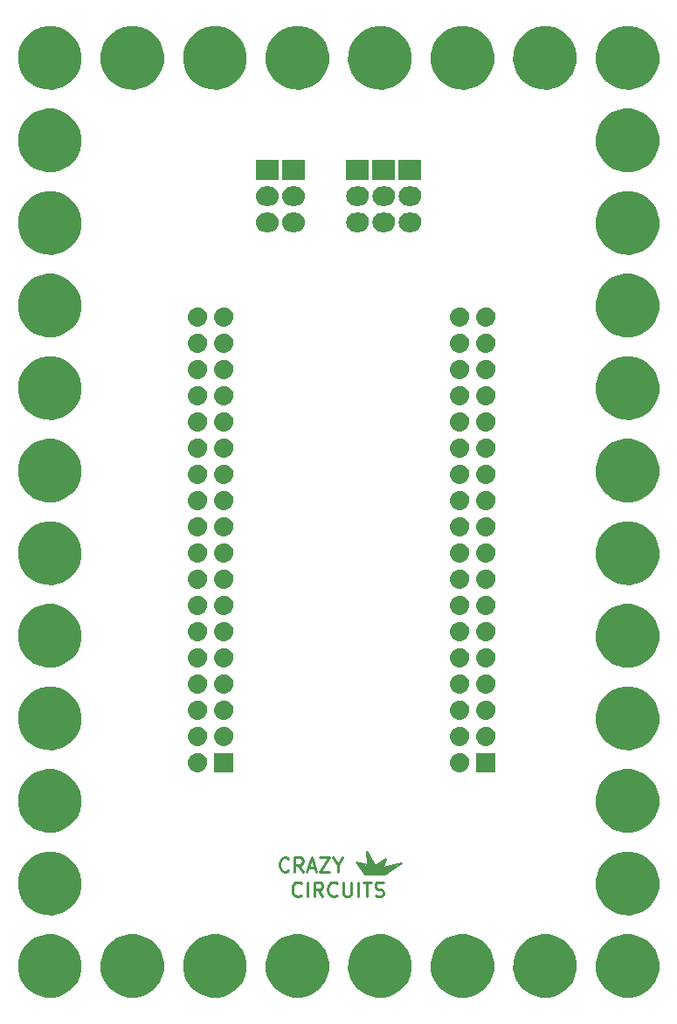
<source format=gts>
%TF.GenerationSoftware,KiCad,Pcbnew,4.0.7-e2-6376~58~ubuntu16.04.1*%
%TF.CreationDate,2018-08-06T09:41:40-07:00*%
%TF.ProjectId,8x12-PocketBeagle-Breakout,387831322D506F636B6574426561676C,1.0*%
%TF.FileFunction,Soldermask,Top*%
%FSLAX46Y46*%
G04 Gerber Fmt 4.6, Leading zero omitted, Abs format (unit mm)*
G04 Created by KiCad (PCBNEW 4.0.7-e2-6376~58~ubuntu16.04.1) date Mon Aug  6 09:41:40 2018*
%MOMM*%
%LPD*%
G01*
G04 APERTURE LIST*
%ADD10C,0.350000*%
%ADD11C,0.254000*%
%ADD12C,0.152400*%
G04 APERTURE END LIST*
D10*
D11*
X63750977Y-115052929D02*
X63684453Y-115119452D01*
X63484882Y-115185976D01*
X63351834Y-115185976D01*
X63152262Y-115119452D01*
X63019215Y-114986405D01*
X62952691Y-114853357D01*
X62886167Y-114587262D01*
X62886167Y-114387690D01*
X62952691Y-114121595D01*
X63019215Y-113988548D01*
X63152262Y-113855500D01*
X63351834Y-113788976D01*
X63484882Y-113788976D01*
X63684453Y-113855500D01*
X63750977Y-113922024D01*
X64349691Y-115185976D02*
X64349691Y-113788976D01*
X65813215Y-115185976D02*
X65347548Y-114520738D01*
X65014929Y-115185976D02*
X65014929Y-113788976D01*
X65547120Y-113788976D01*
X65680167Y-113855500D01*
X65746691Y-113922024D01*
X65813215Y-114055071D01*
X65813215Y-114254643D01*
X65746691Y-114387690D01*
X65680167Y-114454214D01*
X65547120Y-114520738D01*
X65014929Y-114520738D01*
X67210215Y-115052929D02*
X67143691Y-115119452D01*
X66944120Y-115185976D01*
X66811072Y-115185976D01*
X66611500Y-115119452D01*
X66478453Y-114986405D01*
X66411929Y-114853357D01*
X66345405Y-114587262D01*
X66345405Y-114387690D01*
X66411929Y-114121595D01*
X66478453Y-113988548D01*
X66611500Y-113855500D01*
X66811072Y-113788976D01*
X66944120Y-113788976D01*
X67143691Y-113855500D01*
X67210215Y-113922024D01*
X67808929Y-113788976D02*
X67808929Y-114919881D01*
X67875453Y-115052929D01*
X67941977Y-115119452D01*
X68075024Y-115185976D01*
X68341120Y-115185976D01*
X68474167Y-115119452D01*
X68540691Y-115052929D01*
X68607215Y-114919881D01*
X68607215Y-113788976D01*
X69272453Y-115185976D02*
X69272453Y-113788976D01*
X69738120Y-113788976D02*
X70536405Y-113788976D01*
X70137262Y-115185976D02*
X70137262Y-113788976D01*
X70935548Y-115119452D02*
X71135120Y-115185976D01*
X71467739Y-115185976D01*
X71600786Y-115119452D01*
X71667310Y-115052929D01*
X71733834Y-114919881D01*
X71733834Y-114786833D01*
X71667310Y-114653786D01*
X71600786Y-114587262D01*
X71467739Y-114520738D01*
X71201643Y-114454214D01*
X71068596Y-114387690D01*
X71002072Y-114321167D01*
X70935548Y-114188119D01*
X70935548Y-114055071D01*
X71002072Y-113922024D01*
X71068596Y-113855500D01*
X71201643Y-113788976D01*
X71534263Y-113788976D01*
X71733834Y-113855500D01*
X62514238Y-112639929D02*
X62447714Y-112706452D01*
X62248143Y-112772976D01*
X62115095Y-112772976D01*
X61915523Y-112706452D01*
X61782476Y-112573405D01*
X61715952Y-112440357D01*
X61649428Y-112174262D01*
X61649428Y-111974690D01*
X61715952Y-111708595D01*
X61782476Y-111575548D01*
X61915523Y-111442500D01*
X62115095Y-111375976D01*
X62248143Y-111375976D01*
X62447714Y-111442500D01*
X62514238Y-111509024D01*
X63911238Y-112772976D02*
X63445571Y-112107738D01*
X63112952Y-112772976D02*
X63112952Y-111375976D01*
X63645143Y-111375976D01*
X63778190Y-111442500D01*
X63844714Y-111509024D01*
X63911238Y-111642071D01*
X63911238Y-111841643D01*
X63844714Y-111974690D01*
X63778190Y-112041214D01*
X63645143Y-112107738D01*
X63112952Y-112107738D01*
X64443428Y-112373833D02*
X65108666Y-112373833D01*
X64310381Y-112772976D02*
X64776047Y-111375976D01*
X65241714Y-112772976D01*
X65574333Y-111375976D02*
X66505667Y-111375976D01*
X65574333Y-112772976D01*
X66505667Y-112772976D01*
X67303952Y-112107738D02*
X67303952Y-112772976D01*
X66838286Y-111375976D02*
X67303952Y-112107738D01*
X67769619Y-111375976D01*
D12*
X73025000Y-112077500D02*
X71882000Y-113030000D01*
X71691500Y-113030000D02*
X73025000Y-112077500D01*
X72644000Y-112204500D02*
X71691500Y-113030000D01*
X71564500Y-112966500D02*
X72644000Y-112204500D01*
X72453500Y-112268000D02*
X71564500Y-112966500D01*
X71310500Y-113030000D02*
X72453500Y-112268000D01*
X72136000Y-112395000D02*
X71310500Y-113030000D01*
X71183500Y-112966500D02*
X72136000Y-112395000D01*
X71945500Y-112395000D02*
X71183500Y-112966500D01*
X71183500Y-112839500D02*
X71945500Y-112395000D01*
X71691500Y-112395000D02*
X71183500Y-112839500D01*
X71120000Y-112712500D02*
X71691500Y-112395000D01*
X71691500Y-112204500D02*
X71120000Y-112712500D01*
X71691500Y-112077500D02*
X71056500Y-112585500D01*
X71818500Y-111887000D02*
X70993000Y-112458500D01*
X71818500Y-111760000D02*
X70993000Y-112331500D01*
D11*
X69977000Y-112966500D02*
X69342000Y-112077500D01*
D12*
X71882000Y-113093500D02*
X69913500Y-113093500D01*
X73469500Y-111950500D02*
X71882000Y-113093500D01*
X71691500Y-112395000D02*
X73469500Y-111950500D01*
X72009000Y-111506000D02*
X71691500Y-112395000D01*
X70929500Y-112204500D02*
X72009000Y-111506000D01*
X70104000Y-110744000D02*
X70929500Y-112268000D01*
X70167500Y-112141000D02*
X70104000Y-110744000D01*
X69088000Y-111887000D02*
X70167500Y-112141000D01*
X69913500Y-113093500D02*
X69088000Y-111887000D01*
D11*
X70167500Y-112966500D02*
X69532500Y-112077500D01*
X70358000Y-112966500D02*
X69786500Y-112141000D01*
X70485000Y-112966500D02*
X70040500Y-112204500D01*
X70739000Y-112966500D02*
X70294500Y-112141000D01*
X70929500Y-112966500D02*
X70358000Y-111887000D01*
X71120000Y-112966500D02*
X70231000Y-111252000D01*
X70294500Y-111950500D02*
X70231000Y-111125000D01*
D10*
G36*
X55696110Y-118834847D02*
X56287055Y-118956151D01*
X56843198Y-119189932D01*
X57343334Y-119527278D01*
X57768421Y-119955343D01*
X58102266Y-120457821D01*
X58332156Y-121015576D01*
X58449264Y-121607014D01*
X58449264Y-121607024D01*
X58449331Y-121607363D01*
X58439710Y-122296416D01*
X58439633Y-122296754D01*
X58439633Y-122296762D01*
X58306057Y-122884701D01*
X58060685Y-123435816D01*
X57712937Y-123928778D01*
X57276062Y-124344809D01*
X56766700Y-124668061D01*
X56204254Y-124886219D01*
X55610147Y-124990976D01*
X55007003Y-124978342D01*
X54417800Y-124848797D01*
X53864982Y-124607277D01*
X53369607Y-124262982D01*
X52950537Y-123829023D01*
X52623738Y-123321930D01*
X52401656Y-122761014D01*
X52292755Y-122167658D01*
X52301177Y-121564441D01*
X52426606Y-120974347D01*
X52664259Y-120419858D01*
X53005091Y-119922088D01*
X53436112Y-119500000D01*
X53940913Y-119169668D01*
X54500259Y-118943677D01*
X55092845Y-118830636D01*
X55696110Y-118834847D01*
X55696110Y-118834847D01*
G37*
G36*
X47696110Y-118834847D02*
X48287055Y-118956151D01*
X48843198Y-119189932D01*
X49343334Y-119527278D01*
X49768421Y-119955343D01*
X50102266Y-120457821D01*
X50332156Y-121015576D01*
X50449264Y-121607014D01*
X50449264Y-121607024D01*
X50449331Y-121607363D01*
X50439710Y-122296416D01*
X50439633Y-122296754D01*
X50439633Y-122296762D01*
X50306057Y-122884701D01*
X50060685Y-123435816D01*
X49712937Y-123928778D01*
X49276062Y-124344809D01*
X48766700Y-124668061D01*
X48204254Y-124886219D01*
X47610147Y-124990976D01*
X47007003Y-124978342D01*
X46417800Y-124848797D01*
X45864982Y-124607277D01*
X45369607Y-124262982D01*
X44950537Y-123829023D01*
X44623738Y-123321930D01*
X44401656Y-122761014D01*
X44292755Y-122167658D01*
X44301177Y-121564441D01*
X44426606Y-120974347D01*
X44664259Y-120419858D01*
X45005091Y-119922088D01*
X45436112Y-119500000D01*
X45940913Y-119169668D01*
X46500259Y-118943677D01*
X47092845Y-118830636D01*
X47696110Y-118834847D01*
X47696110Y-118834847D01*
G37*
G36*
X39696110Y-118834847D02*
X40287055Y-118956151D01*
X40843198Y-119189932D01*
X41343334Y-119527278D01*
X41768421Y-119955343D01*
X42102266Y-120457821D01*
X42332156Y-121015576D01*
X42449264Y-121607014D01*
X42449264Y-121607024D01*
X42449331Y-121607363D01*
X42439710Y-122296416D01*
X42439633Y-122296754D01*
X42439633Y-122296762D01*
X42306057Y-122884701D01*
X42060685Y-123435816D01*
X41712937Y-123928778D01*
X41276062Y-124344809D01*
X40766700Y-124668061D01*
X40204254Y-124886219D01*
X39610147Y-124990976D01*
X39007003Y-124978342D01*
X38417800Y-124848797D01*
X37864982Y-124607277D01*
X37369607Y-124262982D01*
X36950537Y-123829023D01*
X36623738Y-123321930D01*
X36401656Y-122761014D01*
X36292755Y-122167658D01*
X36301177Y-121564441D01*
X36426606Y-120974347D01*
X36664259Y-120419858D01*
X37005091Y-119922088D01*
X37436112Y-119500000D01*
X37940913Y-119169668D01*
X38500259Y-118943677D01*
X39092845Y-118830636D01*
X39696110Y-118834847D01*
X39696110Y-118834847D01*
G37*
G36*
X95695110Y-118834847D02*
X96286055Y-118956151D01*
X96842198Y-119189932D01*
X97342334Y-119527278D01*
X97767421Y-119955343D01*
X98101266Y-120457821D01*
X98331156Y-121015576D01*
X98448264Y-121607014D01*
X98448264Y-121607024D01*
X98448331Y-121607363D01*
X98438710Y-122296416D01*
X98438633Y-122296754D01*
X98438633Y-122296762D01*
X98305057Y-122884701D01*
X98059685Y-123435816D01*
X97711937Y-123928778D01*
X97275062Y-124344809D01*
X96765700Y-124668061D01*
X96203254Y-124886219D01*
X95609147Y-124990976D01*
X95006003Y-124978342D01*
X94416800Y-124848797D01*
X93863982Y-124607277D01*
X93368607Y-124262982D01*
X92949537Y-123829023D01*
X92622738Y-123321930D01*
X92400656Y-122761014D01*
X92291755Y-122167658D01*
X92300177Y-121564441D01*
X92425606Y-120974347D01*
X92663259Y-120419858D01*
X93004091Y-119922088D01*
X93435112Y-119500000D01*
X93939913Y-119169668D01*
X94499259Y-118943677D01*
X95091845Y-118830636D01*
X95695110Y-118834847D01*
X95695110Y-118834847D01*
G37*
G36*
X87696110Y-118834847D02*
X88287055Y-118956151D01*
X88843198Y-119189932D01*
X89343334Y-119527278D01*
X89768421Y-119955343D01*
X90102266Y-120457821D01*
X90332156Y-121015576D01*
X90449264Y-121607014D01*
X90449264Y-121607024D01*
X90449331Y-121607363D01*
X90439710Y-122296416D01*
X90439633Y-122296754D01*
X90439633Y-122296762D01*
X90306057Y-122884701D01*
X90060685Y-123435816D01*
X89712937Y-123928778D01*
X89276062Y-124344809D01*
X88766700Y-124668061D01*
X88204254Y-124886219D01*
X87610147Y-124990976D01*
X87007003Y-124978342D01*
X86417800Y-124848797D01*
X85864982Y-124607277D01*
X85369607Y-124262982D01*
X84950537Y-123829023D01*
X84623738Y-123321930D01*
X84401656Y-122761014D01*
X84292755Y-122167658D01*
X84301177Y-121564441D01*
X84426606Y-120974347D01*
X84664259Y-120419858D01*
X85005091Y-119922088D01*
X85436112Y-119500000D01*
X85940913Y-119169668D01*
X86500259Y-118943677D01*
X87092845Y-118830636D01*
X87696110Y-118834847D01*
X87696110Y-118834847D01*
G37*
G36*
X79696110Y-118834847D02*
X80287055Y-118956151D01*
X80843198Y-119189932D01*
X81343334Y-119527278D01*
X81768421Y-119955343D01*
X82102266Y-120457821D01*
X82332156Y-121015576D01*
X82449264Y-121607014D01*
X82449264Y-121607024D01*
X82449331Y-121607363D01*
X82439710Y-122296416D01*
X82439633Y-122296754D01*
X82439633Y-122296762D01*
X82306057Y-122884701D01*
X82060685Y-123435816D01*
X81712937Y-123928778D01*
X81276062Y-124344809D01*
X80766700Y-124668061D01*
X80204254Y-124886219D01*
X79610147Y-124990976D01*
X79007003Y-124978342D01*
X78417800Y-124848797D01*
X77864982Y-124607277D01*
X77369607Y-124262982D01*
X76950537Y-123829023D01*
X76623738Y-123321930D01*
X76401656Y-122761014D01*
X76292755Y-122167658D01*
X76301177Y-121564441D01*
X76426606Y-120974347D01*
X76664259Y-120419858D01*
X77005091Y-119922088D01*
X77436112Y-119500000D01*
X77940913Y-119169668D01*
X78500259Y-118943677D01*
X79092845Y-118830636D01*
X79696110Y-118834847D01*
X79696110Y-118834847D01*
G37*
G36*
X71696110Y-118834847D02*
X72287055Y-118956151D01*
X72843198Y-119189932D01*
X73343334Y-119527278D01*
X73768421Y-119955343D01*
X74102266Y-120457821D01*
X74332156Y-121015576D01*
X74449264Y-121607014D01*
X74449264Y-121607024D01*
X74449331Y-121607363D01*
X74439710Y-122296416D01*
X74439633Y-122296754D01*
X74439633Y-122296762D01*
X74306057Y-122884701D01*
X74060685Y-123435816D01*
X73712937Y-123928778D01*
X73276062Y-124344809D01*
X72766700Y-124668061D01*
X72204254Y-124886219D01*
X71610147Y-124990976D01*
X71007003Y-124978342D01*
X70417800Y-124848797D01*
X69864982Y-124607277D01*
X69369607Y-124262982D01*
X68950537Y-123829023D01*
X68623738Y-123321930D01*
X68401656Y-122761014D01*
X68292755Y-122167658D01*
X68301177Y-121564441D01*
X68426606Y-120974347D01*
X68664259Y-120419858D01*
X69005091Y-119922088D01*
X69436112Y-119500000D01*
X69940913Y-119169668D01*
X70500259Y-118943677D01*
X71092845Y-118830636D01*
X71696110Y-118834847D01*
X71696110Y-118834847D01*
G37*
G36*
X63696110Y-118834847D02*
X64287055Y-118956151D01*
X64843198Y-119189932D01*
X65343334Y-119527278D01*
X65768421Y-119955343D01*
X66102266Y-120457821D01*
X66332156Y-121015576D01*
X66449264Y-121607014D01*
X66449264Y-121607024D01*
X66449331Y-121607363D01*
X66439710Y-122296416D01*
X66439633Y-122296754D01*
X66439633Y-122296762D01*
X66306057Y-122884701D01*
X66060685Y-123435816D01*
X65712937Y-123928778D01*
X65276062Y-124344809D01*
X64766700Y-124668061D01*
X64204254Y-124886219D01*
X63610147Y-124990976D01*
X63007003Y-124978342D01*
X62417800Y-124848797D01*
X61864982Y-124607277D01*
X61369607Y-124262982D01*
X60950537Y-123829023D01*
X60623738Y-123321930D01*
X60401656Y-122761014D01*
X60292755Y-122167658D01*
X60301177Y-121564441D01*
X60426606Y-120974347D01*
X60664259Y-120419858D01*
X61005091Y-119922088D01*
X61436112Y-119500000D01*
X61940913Y-119169668D01*
X62500259Y-118943677D01*
X63092845Y-118830636D01*
X63696110Y-118834847D01*
X63696110Y-118834847D01*
G37*
G36*
X95696110Y-110834847D02*
X96287055Y-110956151D01*
X96843198Y-111189932D01*
X97343334Y-111527278D01*
X97768421Y-111955343D01*
X98102266Y-112457821D01*
X98332156Y-113015576D01*
X98449264Y-113607014D01*
X98449264Y-113607024D01*
X98449331Y-113607363D01*
X98439710Y-114296416D01*
X98439633Y-114296754D01*
X98439633Y-114296762D01*
X98306057Y-114884701D01*
X98060685Y-115435816D01*
X97712937Y-115928778D01*
X97276062Y-116344809D01*
X96766700Y-116668061D01*
X96204254Y-116886219D01*
X95610147Y-116990976D01*
X95007003Y-116978342D01*
X94417800Y-116848797D01*
X93864982Y-116607277D01*
X93369607Y-116262982D01*
X92950537Y-115829023D01*
X92623738Y-115321930D01*
X92401656Y-114761014D01*
X92292755Y-114167658D01*
X92301177Y-113564441D01*
X92426606Y-112974347D01*
X92664259Y-112419858D01*
X93005091Y-111922088D01*
X93436112Y-111500000D01*
X93940913Y-111169668D01*
X94500259Y-110943677D01*
X95092845Y-110830636D01*
X95696110Y-110834847D01*
X95696110Y-110834847D01*
G37*
G36*
X39696110Y-110834847D02*
X40287055Y-110956151D01*
X40843198Y-111189932D01*
X41343334Y-111527278D01*
X41768421Y-111955343D01*
X42102266Y-112457821D01*
X42332156Y-113015576D01*
X42449264Y-113607014D01*
X42449264Y-113607024D01*
X42449331Y-113607363D01*
X42439710Y-114296416D01*
X42439633Y-114296754D01*
X42439633Y-114296762D01*
X42306057Y-114884701D01*
X42060685Y-115435816D01*
X41712937Y-115928778D01*
X41276062Y-116344809D01*
X40766700Y-116668061D01*
X40204254Y-116886219D01*
X39610147Y-116990976D01*
X39007003Y-116978342D01*
X38417800Y-116848797D01*
X37864982Y-116607277D01*
X37369607Y-116262982D01*
X36950537Y-115829023D01*
X36623738Y-115321930D01*
X36401656Y-114761014D01*
X36292755Y-114167658D01*
X36301177Y-113564441D01*
X36426606Y-112974347D01*
X36664259Y-112419858D01*
X37005091Y-111922088D01*
X37436112Y-111500000D01*
X37940913Y-111169668D01*
X38500259Y-110943677D01*
X39092845Y-110830636D01*
X39696110Y-110834847D01*
X39696110Y-110834847D01*
G37*
G36*
X95696110Y-102834847D02*
X96287055Y-102956151D01*
X96843198Y-103189932D01*
X97343334Y-103527278D01*
X97768421Y-103955343D01*
X98102266Y-104457821D01*
X98332156Y-105015576D01*
X98449264Y-105607014D01*
X98449264Y-105607024D01*
X98449331Y-105607363D01*
X98439710Y-106296416D01*
X98439633Y-106296754D01*
X98439633Y-106296762D01*
X98306057Y-106884701D01*
X98060685Y-107435816D01*
X97712937Y-107928778D01*
X97276062Y-108344809D01*
X96766700Y-108668061D01*
X96204254Y-108886219D01*
X95610147Y-108990976D01*
X95007003Y-108978342D01*
X94417800Y-108848797D01*
X93864982Y-108607277D01*
X93369607Y-108262982D01*
X92950537Y-107829023D01*
X92623738Y-107321930D01*
X92401656Y-106761014D01*
X92292755Y-106167658D01*
X92301177Y-105564441D01*
X92426606Y-104974347D01*
X92664259Y-104419858D01*
X93005091Y-103922088D01*
X93436112Y-103500000D01*
X93940913Y-103169668D01*
X94500259Y-102943677D01*
X95092845Y-102830636D01*
X95696110Y-102834847D01*
X95696110Y-102834847D01*
G37*
G36*
X39696110Y-102834847D02*
X40287055Y-102956151D01*
X40843198Y-103189932D01*
X41343334Y-103527278D01*
X41768421Y-103955343D01*
X42102266Y-104457821D01*
X42332156Y-105015576D01*
X42449264Y-105607014D01*
X42449264Y-105607024D01*
X42449331Y-105607363D01*
X42439710Y-106296416D01*
X42439633Y-106296754D01*
X42439633Y-106296762D01*
X42306057Y-106884701D01*
X42060685Y-107435816D01*
X41712937Y-107928778D01*
X41276062Y-108344809D01*
X40766700Y-108668061D01*
X40204254Y-108886219D01*
X39610147Y-108990976D01*
X39007003Y-108978342D01*
X38417800Y-108848797D01*
X37864982Y-108607277D01*
X37369607Y-108262982D01*
X36950537Y-107829023D01*
X36623738Y-107321930D01*
X36401656Y-106761014D01*
X36292755Y-106167658D01*
X36301177Y-105564441D01*
X36426606Y-104974347D01*
X36664259Y-104419858D01*
X37005091Y-103922088D01*
X37436112Y-103500000D01*
X37940913Y-103169668D01*
X38500259Y-102943677D01*
X39092845Y-102830636D01*
X39696110Y-102834847D01*
X39696110Y-102834847D01*
G37*
G36*
X53720096Y-101272669D02*
X53720101Y-101272670D01*
X53722153Y-101272684D01*
X53904426Y-101293129D01*
X54079258Y-101348589D01*
X54239987Y-101436950D01*
X54380492Y-101554848D01*
X54495422Y-101697792D01*
X54580398Y-101860337D01*
X54632185Y-102036291D01*
X54632188Y-102036327D01*
X54632191Y-102036336D01*
X54648810Y-102218950D01*
X54629642Y-102401318D01*
X54629640Y-102401323D01*
X54629636Y-102401365D01*
X54575398Y-102576579D01*
X54488161Y-102737921D01*
X54371246Y-102879247D01*
X54229108Y-102995171D01*
X54067161Y-103081280D01*
X53891572Y-103134294D01*
X53709031Y-103152192D01*
X53699904Y-103152192D01*
X53688872Y-103152115D01*
X53688867Y-103152114D01*
X53686815Y-103152100D01*
X53504542Y-103131655D01*
X53329710Y-103076195D01*
X53168981Y-102987834D01*
X53028476Y-102869936D01*
X52913546Y-102726992D01*
X52828570Y-102564447D01*
X52776783Y-102388493D01*
X52776780Y-102388457D01*
X52776777Y-102388448D01*
X52760158Y-102205834D01*
X52779326Y-102023466D01*
X52779328Y-102023461D01*
X52779332Y-102023419D01*
X52833570Y-101848205D01*
X52920807Y-101686863D01*
X53037722Y-101545537D01*
X53179860Y-101429613D01*
X53341807Y-101343504D01*
X53517396Y-101290490D01*
X53699937Y-101272592D01*
X53709064Y-101272592D01*
X53720096Y-101272669D01*
X53720096Y-101272669D01*
G37*
G36*
X82584284Y-103152192D02*
X80704684Y-103152192D01*
X80704684Y-101272592D01*
X82584284Y-101272592D01*
X82584284Y-103152192D01*
X82584284Y-103152192D01*
G37*
G36*
X79120096Y-101272669D02*
X79120101Y-101272670D01*
X79122153Y-101272684D01*
X79304426Y-101293129D01*
X79479258Y-101348589D01*
X79639987Y-101436950D01*
X79780492Y-101554848D01*
X79895422Y-101697792D01*
X79980398Y-101860337D01*
X80032185Y-102036291D01*
X80032188Y-102036327D01*
X80032191Y-102036336D01*
X80048810Y-102218950D01*
X80029642Y-102401318D01*
X80029640Y-102401323D01*
X80029636Y-102401365D01*
X79975398Y-102576579D01*
X79888161Y-102737921D01*
X79771246Y-102879247D01*
X79629108Y-102995171D01*
X79467161Y-103081280D01*
X79291572Y-103134294D01*
X79109031Y-103152192D01*
X79099904Y-103152192D01*
X79088872Y-103152115D01*
X79088867Y-103152114D01*
X79086815Y-103152100D01*
X78904542Y-103131655D01*
X78729710Y-103076195D01*
X78568981Y-102987834D01*
X78428476Y-102869936D01*
X78313546Y-102726992D01*
X78228570Y-102564447D01*
X78176783Y-102388493D01*
X78176780Y-102388457D01*
X78176777Y-102388448D01*
X78160158Y-102205834D01*
X78179326Y-102023466D01*
X78179328Y-102023461D01*
X78179332Y-102023419D01*
X78233570Y-101848205D01*
X78320807Y-101686863D01*
X78437722Y-101545537D01*
X78579860Y-101429613D01*
X78741807Y-101343504D01*
X78917396Y-101290490D01*
X79099937Y-101272592D01*
X79109064Y-101272592D01*
X79120096Y-101272669D01*
X79120096Y-101272669D01*
G37*
G36*
X57184284Y-103152192D02*
X55304684Y-103152192D01*
X55304684Y-101272592D01*
X57184284Y-101272592D01*
X57184284Y-103152192D01*
X57184284Y-103152192D01*
G37*
G36*
X95696110Y-94834847D02*
X96287055Y-94956151D01*
X96843198Y-95189932D01*
X97343334Y-95527278D01*
X97768421Y-95955343D01*
X98102266Y-96457821D01*
X98332156Y-97015576D01*
X98449264Y-97607014D01*
X98449264Y-97607024D01*
X98449331Y-97607363D01*
X98439710Y-98296416D01*
X98439633Y-98296754D01*
X98439633Y-98296762D01*
X98306057Y-98884701D01*
X98060685Y-99435816D01*
X97712937Y-99928778D01*
X97276062Y-100344809D01*
X96766700Y-100668061D01*
X96204254Y-100886219D01*
X95610147Y-100990976D01*
X95007003Y-100978342D01*
X94417800Y-100848797D01*
X93864982Y-100607277D01*
X93369607Y-100262982D01*
X92950537Y-99829023D01*
X92623738Y-99321930D01*
X92401656Y-98761014D01*
X92292755Y-98167658D01*
X92301177Y-97564441D01*
X92426606Y-96974347D01*
X92664259Y-96419858D01*
X93005091Y-95922088D01*
X93436112Y-95500000D01*
X93940913Y-95169668D01*
X94500259Y-94943677D01*
X95092845Y-94830636D01*
X95696110Y-94834847D01*
X95696110Y-94834847D01*
G37*
G36*
X39696110Y-94834847D02*
X40287055Y-94956151D01*
X40843198Y-95189932D01*
X41343334Y-95527278D01*
X41768421Y-95955343D01*
X42102266Y-96457821D01*
X42332156Y-97015576D01*
X42449264Y-97607014D01*
X42449264Y-97607024D01*
X42449331Y-97607363D01*
X42439710Y-98296416D01*
X42439633Y-98296754D01*
X42439633Y-98296762D01*
X42306057Y-98884701D01*
X42060685Y-99435816D01*
X41712937Y-99928778D01*
X41276062Y-100344809D01*
X40766700Y-100668061D01*
X40204254Y-100886219D01*
X39610147Y-100990976D01*
X39007003Y-100978342D01*
X38417800Y-100848797D01*
X37864982Y-100607277D01*
X37369607Y-100262982D01*
X36950537Y-99829023D01*
X36623738Y-99321930D01*
X36401656Y-98761014D01*
X36292755Y-98167658D01*
X36301177Y-97564441D01*
X36426606Y-96974347D01*
X36664259Y-96419858D01*
X37005091Y-95922088D01*
X37436112Y-95500000D01*
X37940913Y-95169668D01*
X38500259Y-94943677D01*
X39092845Y-94830636D01*
X39696110Y-94834847D01*
X39696110Y-94834847D01*
G37*
G36*
X81660096Y-98732669D02*
X81660101Y-98732670D01*
X81662153Y-98732684D01*
X81844426Y-98753129D01*
X82019258Y-98808589D01*
X82179987Y-98896950D01*
X82320492Y-99014848D01*
X82435422Y-99157792D01*
X82520398Y-99320337D01*
X82572185Y-99496291D01*
X82572188Y-99496327D01*
X82572191Y-99496336D01*
X82588810Y-99678950D01*
X82569642Y-99861318D01*
X82569640Y-99861323D01*
X82569636Y-99861365D01*
X82515398Y-100036579D01*
X82428161Y-100197921D01*
X82311246Y-100339247D01*
X82169108Y-100455171D01*
X82007161Y-100541280D01*
X81831572Y-100594294D01*
X81649031Y-100612192D01*
X81639904Y-100612192D01*
X81628872Y-100612115D01*
X81628867Y-100612114D01*
X81626815Y-100612100D01*
X81444542Y-100591655D01*
X81269710Y-100536195D01*
X81108981Y-100447834D01*
X80968476Y-100329936D01*
X80853546Y-100186992D01*
X80768570Y-100024447D01*
X80716783Y-99848493D01*
X80716780Y-99848457D01*
X80716777Y-99848448D01*
X80700158Y-99665834D01*
X80719326Y-99483466D01*
X80719328Y-99483461D01*
X80719332Y-99483419D01*
X80773570Y-99308205D01*
X80860807Y-99146863D01*
X80977722Y-99005537D01*
X81119860Y-98889613D01*
X81281807Y-98803504D01*
X81457396Y-98750490D01*
X81639937Y-98732592D01*
X81649064Y-98732592D01*
X81660096Y-98732669D01*
X81660096Y-98732669D01*
G37*
G36*
X79120096Y-98732669D02*
X79120101Y-98732670D01*
X79122153Y-98732684D01*
X79304426Y-98753129D01*
X79479258Y-98808589D01*
X79639987Y-98896950D01*
X79780492Y-99014848D01*
X79895422Y-99157792D01*
X79980398Y-99320337D01*
X80032185Y-99496291D01*
X80032188Y-99496327D01*
X80032191Y-99496336D01*
X80048810Y-99678950D01*
X80029642Y-99861318D01*
X80029640Y-99861323D01*
X80029636Y-99861365D01*
X79975398Y-100036579D01*
X79888161Y-100197921D01*
X79771246Y-100339247D01*
X79629108Y-100455171D01*
X79467161Y-100541280D01*
X79291572Y-100594294D01*
X79109031Y-100612192D01*
X79099904Y-100612192D01*
X79088872Y-100612115D01*
X79088867Y-100612114D01*
X79086815Y-100612100D01*
X78904542Y-100591655D01*
X78729710Y-100536195D01*
X78568981Y-100447834D01*
X78428476Y-100329936D01*
X78313546Y-100186992D01*
X78228570Y-100024447D01*
X78176783Y-99848493D01*
X78176780Y-99848457D01*
X78176777Y-99848448D01*
X78160158Y-99665834D01*
X78179326Y-99483466D01*
X78179328Y-99483461D01*
X78179332Y-99483419D01*
X78233570Y-99308205D01*
X78320807Y-99146863D01*
X78437722Y-99005537D01*
X78579860Y-98889613D01*
X78741807Y-98803504D01*
X78917396Y-98750490D01*
X79099937Y-98732592D01*
X79109064Y-98732592D01*
X79120096Y-98732669D01*
X79120096Y-98732669D01*
G37*
G36*
X56260096Y-98732669D02*
X56260101Y-98732670D01*
X56262153Y-98732684D01*
X56444426Y-98753129D01*
X56619258Y-98808589D01*
X56779987Y-98896950D01*
X56920492Y-99014848D01*
X57035422Y-99157792D01*
X57120398Y-99320337D01*
X57172185Y-99496291D01*
X57172188Y-99496327D01*
X57172191Y-99496336D01*
X57188810Y-99678950D01*
X57169642Y-99861318D01*
X57169640Y-99861323D01*
X57169636Y-99861365D01*
X57115398Y-100036579D01*
X57028161Y-100197921D01*
X56911246Y-100339247D01*
X56769108Y-100455171D01*
X56607161Y-100541280D01*
X56431572Y-100594294D01*
X56249031Y-100612192D01*
X56239904Y-100612192D01*
X56228872Y-100612115D01*
X56228867Y-100612114D01*
X56226815Y-100612100D01*
X56044542Y-100591655D01*
X55869710Y-100536195D01*
X55708981Y-100447834D01*
X55568476Y-100329936D01*
X55453546Y-100186992D01*
X55368570Y-100024447D01*
X55316783Y-99848493D01*
X55316780Y-99848457D01*
X55316777Y-99848448D01*
X55300158Y-99665834D01*
X55319326Y-99483466D01*
X55319328Y-99483461D01*
X55319332Y-99483419D01*
X55373570Y-99308205D01*
X55460807Y-99146863D01*
X55577722Y-99005537D01*
X55719860Y-98889613D01*
X55881807Y-98803504D01*
X56057396Y-98750490D01*
X56239937Y-98732592D01*
X56249064Y-98732592D01*
X56260096Y-98732669D01*
X56260096Y-98732669D01*
G37*
G36*
X53720096Y-98732669D02*
X53720101Y-98732670D01*
X53722153Y-98732684D01*
X53904426Y-98753129D01*
X54079258Y-98808589D01*
X54239987Y-98896950D01*
X54380492Y-99014848D01*
X54495422Y-99157792D01*
X54580398Y-99320337D01*
X54632185Y-99496291D01*
X54632188Y-99496327D01*
X54632191Y-99496336D01*
X54648810Y-99678950D01*
X54629642Y-99861318D01*
X54629640Y-99861323D01*
X54629636Y-99861365D01*
X54575398Y-100036579D01*
X54488161Y-100197921D01*
X54371246Y-100339247D01*
X54229108Y-100455171D01*
X54067161Y-100541280D01*
X53891572Y-100594294D01*
X53709031Y-100612192D01*
X53699904Y-100612192D01*
X53688872Y-100612115D01*
X53688867Y-100612114D01*
X53686815Y-100612100D01*
X53504542Y-100591655D01*
X53329710Y-100536195D01*
X53168981Y-100447834D01*
X53028476Y-100329936D01*
X52913546Y-100186992D01*
X52828570Y-100024447D01*
X52776783Y-99848493D01*
X52776780Y-99848457D01*
X52776777Y-99848448D01*
X52760158Y-99665834D01*
X52779326Y-99483466D01*
X52779328Y-99483461D01*
X52779332Y-99483419D01*
X52833570Y-99308205D01*
X52920807Y-99146863D01*
X53037722Y-99005537D01*
X53179860Y-98889613D01*
X53341807Y-98803504D01*
X53517396Y-98750490D01*
X53699937Y-98732592D01*
X53709064Y-98732592D01*
X53720096Y-98732669D01*
X53720096Y-98732669D01*
G37*
G36*
X79120096Y-96192669D02*
X79120101Y-96192670D01*
X79122153Y-96192684D01*
X79304426Y-96213129D01*
X79479258Y-96268589D01*
X79639987Y-96356950D01*
X79780492Y-96474848D01*
X79895422Y-96617792D01*
X79980398Y-96780337D01*
X80032185Y-96956291D01*
X80032188Y-96956327D01*
X80032191Y-96956336D01*
X80048810Y-97138950D01*
X80029642Y-97321318D01*
X80029640Y-97321323D01*
X80029636Y-97321365D01*
X79975398Y-97496579D01*
X79888161Y-97657921D01*
X79771246Y-97799247D01*
X79629108Y-97915171D01*
X79467161Y-98001280D01*
X79291572Y-98054294D01*
X79109031Y-98072192D01*
X79099904Y-98072192D01*
X79088872Y-98072115D01*
X79088867Y-98072114D01*
X79086815Y-98072100D01*
X78904542Y-98051655D01*
X78729710Y-97996195D01*
X78568981Y-97907834D01*
X78428476Y-97789936D01*
X78313546Y-97646992D01*
X78228570Y-97484447D01*
X78176783Y-97308493D01*
X78176780Y-97308457D01*
X78176777Y-97308448D01*
X78160158Y-97125834D01*
X78179326Y-96943466D01*
X78179328Y-96943461D01*
X78179332Y-96943419D01*
X78233570Y-96768205D01*
X78320807Y-96606863D01*
X78437722Y-96465537D01*
X78579860Y-96349613D01*
X78741807Y-96263504D01*
X78917396Y-96210490D01*
X79099937Y-96192592D01*
X79109064Y-96192592D01*
X79120096Y-96192669D01*
X79120096Y-96192669D01*
G37*
G36*
X53720096Y-96192669D02*
X53720101Y-96192670D01*
X53722153Y-96192684D01*
X53904426Y-96213129D01*
X54079258Y-96268589D01*
X54239987Y-96356950D01*
X54380492Y-96474848D01*
X54495422Y-96617792D01*
X54580398Y-96780337D01*
X54632185Y-96956291D01*
X54632188Y-96956327D01*
X54632191Y-96956336D01*
X54648810Y-97138950D01*
X54629642Y-97321318D01*
X54629640Y-97321323D01*
X54629636Y-97321365D01*
X54575398Y-97496579D01*
X54488161Y-97657921D01*
X54371246Y-97799247D01*
X54229108Y-97915171D01*
X54067161Y-98001280D01*
X53891572Y-98054294D01*
X53709031Y-98072192D01*
X53699904Y-98072192D01*
X53688872Y-98072115D01*
X53688867Y-98072114D01*
X53686815Y-98072100D01*
X53504542Y-98051655D01*
X53329710Y-97996195D01*
X53168981Y-97907834D01*
X53028476Y-97789936D01*
X52913546Y-97646992D01*
X52828570Y-97484447D01*
X52776783Y-97308493D01*
X52776780Y-97308457D01*
X52776777Y-97308448D01*
X52760158Y-97125834D01*
X52779326Y-96943466D01*
X52779328Y-96943461D01*
X52779332Y-96943419D01*
X52833570Y-96768205D01*
X52920807Y-96606863D01*
X53037722Y-96465537D01*
X53179860Y-96349613D01*
X53341807Y-96263504D01*
X53517396Y-96210490D01*
X53699937Y-96192592D01*
X53709064Y-96192592D01*
X53720096Y-96192669D01*
X53720096Y-96192669D01*
G37*
G36*
X56260096Y-96192669D02*
X56260101Y-96192670D01*
X56262153Y-96192684D01*
X56444426Y-96213129D01*
X56619258Y-96268589D01*
X56779987Y-96356950D01*
X56920492Y-96474848D01*
X57035422Y-96617792D01*
X57120398Y-96780337D01*
X57172185Y-96956291D01*
X57172188Y-96956327D01*
X57172191Y-96956336D01*
X57188810Y-97138950D01*
X57169642Y-97321318D01*
X57169640Y-97321323D01*
X57169636Y-97321365D01*
X57115398Y-97496579D01*
X57028161Y-97657921D01*
X56911246Y-97799247D01*
X56769108Y-97915171D01*
X56607161Y-98001280D01*
X56431572Y-98054294D01*
X56249031Y-98072192D01*
X56239904Y-98072192D01*
X56228872Y-98072115D01*
X56228867Y-98072114D01*
X56226815Y-98072100D01*
X56044542Y-98051655D01*
X55869710Y-97996195D01*
X55708981Y-97907834D01*
X55568476Y-97789936D01*
X55453546Y-97646992D01*
X55368570Y-97484447D01*
X55316783Y-97308493D01*
X55316780Y-97308457D01*
X55316777Y-97308448D01*
X55300158Y-97125834D01*
X55319326Y-96943466D01*
X55319328Y-96943461D01*
X55319332Y-96943419D01*
X55373570Y-96768205D01*
X55460807Y-96606863D01*
X55577722Y-96465537D01*
X55719860Y-96349613D01*
X55881807Y-96263504D01*
X56057396Y-96210490D01*
X56239937Y-96192592D01*
X56249064Y-96192592D01*
X56260096Y-96192669D01*
X56260096Y-96192669D01*
G37*
G36*
X81660096Y-96192669D02*
X81660101Y-96192670D01*
X81662153Y-96192684D01*
X81844426Y-96213129D01*
X82019258Y-96268589D01*
X82179987Y-96356950D01*
X82320492Y-96474848D01*
X82435422Y-96617792D01*
X82520398Y-96780337D01*
X82572185Y-96956291D01*
X82572188Y-96956327D01*
X82572191Y-96956336D01*
X82588810Y-97138950D01*
X82569642Y-97321318D01*
X82569640Y-97321323D01*
X82569636Y-97321365D01*
X82515398Y-97496579D01*
X82428161Y-97657921D01*
X82311246Y-97799247D01*
X82169108Y-97915171D01*
X82007161Y-98001280D01*
X81831572Y-98054294D01*
X81649031Y-98072192D01*
X81639904Y-98072192D01*
X81628872Y-98072115D01*
X81628867Y-98072114D01*
X81626815Y-98072100D01*
X81444542Y-98051655D01*
X81269710Y-97996195D01*
X81108981Y-97907834D01*
X80968476Y-97789936D01*
X80853546Y-97646992D01*
X80768570Y-97484447D01*
X80716783Y-97308493D01*
X80716780Y-97308457D01*
X80716777Y-97308448D01*
X80700158Y-97125834D01*
X80719326Y-96943466D01*
X80719328Y-96943461D01*
X80719332Y-96943419D01*
X80773570Y-96768205D01*
X80860807Y-96606863D01*
X80977722Y-96465537D01*
X81119860Y-96349613D01*
X81281807Y-96263504D01*
X81457396Y-96210490D01*
X81639937Y-96192592D01*
X81649064Y-96192592D01*
X81660096Y-96192669D01*
X81660096Y-96192669D01*
G37*
G36*
X79120096Y-93652669D02*
X79120101Y-93652670D01*
X79122153Y-93652684D01*
X79304426Y-93673129D01*
X79479258Y-93728589D01*
X79639987Y-93816950D01*
X79780492Y-93934848D01*
X79895422Y-94077792D01*
X79980398Y-94240337D01*
X80032185Y-94416291D01*
X80032188Y-94416327D01*
X80032191Y-94416336D01*
X80048810Y-94598950D01*
X80029642Y-94781318D01*
X80029640Y-94781323D01*
X80029636Y-94781365D01*
X79975398Y-94956579D01*
X79888161Y-95117921D01*
X79771246Y-95259247D01*
X79629108Y-95375171D01*
X79467161Y-95461280D01*
X79291572Y-95514294D01*
X79109031Y-95532192D01*
X79099904Y-95532192D01*
X79088872Y-95532115D01*
X79088867Y-95532114D01*
X79086815Y-95532100D01*
X78904542Y-95511655D01*
X78729710Y-95456195D01*
X78568981Y-95367834D01*
X78428476Y-95249936D01*
X78313546Y-95106992D01*
X78228570Y-94944447D01*
X78176783Y-94768493D01*
X78176780Y-94768457D01*
X78176777Y-94768448D01*
X78160158Y-94585834D01*
X78179326Y-94403466D01*
X78179328Y-94403461D01*
X78179332Y-94403419D01*
X78233570Y-94228205D01*
X78320807Y-94066863D01*
X78437722Y-93925537D01*
X78579860Y-93809613D01*
X78741807Y-93723504D01*
X78917396Y-93670490D01*
X79099937Y-93652592D01*
X79109064Y-93652592D01*
X79120096Y-93652669D01*
X79120096Y-93652669D01*
G37*
G36*
X81660096Y-93652669D02*
X81660101Y-93652670D01*
X81662153Y-93652684D01*
X81844426Y-93673129D01*
X82019258Y-93728589D01*
X82179987Y-93816950D01*
X82320492Y-93934848D01*
X82435422Y-94077792D01*
X82520398Y-94240337D01*
X82572185Y-94416291D01*
X82572188Y-94416327D01*
X82572191Y-94416336D01*
X82588810Y-94598950D01*
X82569642Y-94781318D01*
X82569640Y-94781323D01*
X82569636Y-94781365D01*
X82515398Y-94956579D01*
X82428161Y-95117921D01*
X82311246Y-95259247D01*
X82169108Y-95375171D01*
X82007161Y-95461280D01*
X81831572Y-95514294D01*
X81649031Y-95532192D01*
X81639904Y-95532192D01*
X81628872Y-95532115D01*
X81628867Y-95532114D01*
X81626815Y-95532100D01*
X81444542Y-95511655D01*
X81269710Y-95456195D01*
X81108981Y-95367834D01*
X80968476Y-95249936D01*
X80853546Y-95106992D01*
X80768570Y-94944447D01*
X80716783Y-94768493D01*
X80716780Y-94768457D01*
X80716777Y-94768448D01*
X80700158Y-94585834D01*
X80719326Y-94403466D01*
X80719328Y-94403461D01*
X80719332Y-94403419D01*
X80773570Y-94228205D01*
X80860807Y-94066863D01*
X80977722Y-93925537D01*
X81119860Y-93809613D01*
X81281807Y-93723504D01*
X81457396Y-93670490D01*
X81639937Y-93652592D01*
X81649064Y-93652592D01*
X81660096Y-93652669D01*
X81660096Y-93652669D01*
G37*
G36*
X56260096Y-93652669D02*
X56260101Y-93652670D01*
X56262153Y-93652684D01*
X56444426Y-93673129D01*
X56619258Y-93728589D01*
X56779987Y-93816950D01*
X56920492Y-93934848D01*
X57035422Y-94077792D01*
X57120398Y-94240337D01*
X57172185Y-94416291D01*
X57172188Y-94416327D01*
X57172191Y-94416336D01*
X57188810Y-94598950D01*
X57169642Y-94781318D01*
X57169640Y-94781323D01*
X57169636Y-94781365D01*
X57115398Y-94956579D01*
X57028161Y-95117921D01*
X56911246Y-95259247D01*
X56769108Y-95375171D01*
X56607161Y-95461280D01*
X56431572Y-95514294D01*
X56249031Y-95532192D01*
X56239904Y-95532192D01*
X56228872Y-95532115D01*
X56228867Y-95532114D01*
X56226815Y-95532100D01*
X56044542Y-95511655D01*
X55869710Y-95456195D01*
X55708981Y-95367834D01*
X55568476Y-95249936D01*
X55453546Y-95106992D01*
X55368570Y-94944447D01*
X55316783Y-94768493D01*
X55316780Y-94768457D01*
X55316777Y-94768448D01*
X55300158Y-94585834D01*
X55319326Y-94403466D01*
X55319328Y-94403461D01*
X55319332Y-94403419D01*
X55373570Y-94228205D01*
X55460807Y-94066863D01*
X55577722Y-93925537D01*
X55719860Y-93809613D01*
X55881807Y-93723504D01*
X56057396Y-93670490D01*
X56239937Y-93652592D01*
X56249064Y-93652592D01*
X56260096Y-93652669D01*
X56260096Y-93652669D01*
G37*
G36*
X53720096Y-93652669D02*
X53720101Y-93652670D01*
X53722153Y-93652684D01*
X53904426Y-93673129D01*
X54079258Y-93728589D01*
X54239987Y-93816950D01*
X54380492Y-93934848D01*
X54495422Y-94077792D01*
X54580398Y-94240337D01*
X54632185Y-94416291D01*
X54632188Y-94416327D01*
X54632191Y-94416336D01*
X54648810Y-94598950D01*
X54629642Y-94781318D01*
X54629640Y-94781323D01*
X54629636Y-94781365D01*
X54575398Y-94956579D01*
X54488161Y-95117921D01*
X54371246Y-95259247D01*
X54229108Y-95375171D01*
X54067161Y-95461280D01*
X53891572Y-95514294D01*
X53709031Y-95532192D01*
X53699904Y-95532192D01*
X53688872Y-95532115D01*
X53688867Y-95532114D01*
X53686815Y-95532100D01*
X53504542Y-95511655D01*
X53329710Y-95456195D01*
X53168981Y-95367834D01*
X53028476Y-95249936D01*
X52913546Y-95106992D01*
X52828570Y-94944447D01*
X52776783Y-94768493D01*
X52776780Y-94768457D01*
X52776777Y-94768448D01*
X52760158Y-94585834D01*
X52779326Y-94403466D01*
X52779328Y-94403461D01*
X52779332Y-94403419D01*
X52833570Y-94228205D01*
X52920807Y-94066863D01*
X53037722Y-93925537D01*
X53179860Y-93809613D01*
X53341807Y-93723504D01*
X53517396Y-93670490D01*
X53699937Y-93652592D01*
X53709064Y-93652592D01*
X53720096Y-93652669D01*
X53720096Y-93652669D01*
G37*
G36*
X79120096Y-91112669D02*
X79120101Y-91112670D01*
X79122153Y-91112684D01*
X79304426Y-91133129D01*
X79479258Y-91188589D01*
X79639987Y-91276950D01*
X79780492Y-91394848D01*
X79895422Y-91537792D01*
X79980398Y-91700337D01*
X80032185Y-91876291D01*
X80032188Y-91876327D01*
X80032191Y-91876336D01*
X80048810Y-92058950D01*
X80029642Y-92241318D01*
X80029640Y-92241323D01*
X80029636Y-92241365D01*
X79975398Y-92416579D01*
X79888161Y-92577921D01*
X79771246Y-92719247D01*
X79629108Y-92835171D01*
X79467161Y-92921280D01*
X79291572Y-92974294D01*
X79109031Y-92992192D01*
X79099904Y-92992192D01*
X79088872Y-92992115D01*
X79088867Y-92992114D01*
X79086815Y-92992100D01*
X78904542Y-92971655D01*
X78729710Y-92916195D01*
X78568981Y-92827834D01*
X78428476Y-92709936D01*
X78313546Y-92566992D01*
X78228570Y-92404447D01*
X78176783Y-92228493D01*
X78176780Y-92228457D01*
X78176777Y-92228448D01*
X78160158Y-92045834D01*
X78179326Y-91863466D01*
X78179328Y-91863461D01*
X78179332Y-91863419D01*
X78233570Y-91688205D01*
X78320807Y-91526863D01*
X78437722Y-91385537D01*
X78579860Y-91269613D01*
X78741807Y-91183504D01*
X78917396Y-91130490D01*
X79099937Y-91112592D01*
X79109064Y-91112592D01*
X79120096Y-91112669D01*
X79120096Y-91112669D01*
G37*
G36*
X81660096Y-91112669D02*
X81660101Y-91112670D01*
X81662153Y-91112684D01*
X81844426Y-91133129D01*
X82019258Y-91188589D01*
X82179987Y-91276950D01*
X82320492Y-91394848D01*
X82435422Y-91537792D01*
X82520398Y-91700337D01*
X82572185Y-91876291D01*
X82572188Y-91876327D01*
X82572191Y-91876336D01*
X82588810Y-92058950D01*
X82569642Y-92241318D01*
X82569640Y-92241323D01*
X82569636Y-92241365D01*
X82515398Y-92416579D01*
X82428161Y-92577921D01*
X82311246Y-92719247D01*
X82169108Y-92835171D01*
X82007161Y-92921280D01*
X81831572Y-92974294D01*
X81649031Y-92992192D01*
X81639904Y-92992192D01*
X81628872Y-92992115D01*
X81628867Y-92992114D01*
X81626815Y-92992100D01*
X81444542Y-92971655D01*
X81269710Y-92916195D01*
X81108981Y-92827834D01*
X80968476Y-92709936D01*
X80853546Y-92566992D01*
X80768570Y-92404447D01*
X80716783Y-92228493D01*
X80716780Y-92228457D01*
X80716777Y-92228448D01*
X80700158Y-92045834D01*
X80719326Y-91863466D01*
X80719328Y-91863461D01*
X80719332Y-91863419D01*
X80773570Y-91688205D01*
X80860807Y-91526863D01*
X80977722Y-91385537D01*
X81119860Y-91269613D01*
X81281807Y-91183504D01*
X81457396Y-91130490D01*
X81639937Y-91112592D01*
X81649064Y-91112592D01*
X81660096Y-91112669D01*
X81660096Y-91112669D01*
G37*
G36*
X53720096Y-91112669D02*
X53720101Y-91112670D01*
X53722153Y-91112684D01*
X53904426Y-91133129D01*
X54079258Y-91188589D01*
X54239987Y-91276950D01*
X54380492Y-91394848D01*
X54495422Y-91537792D01*
X54580398Y-91700337D01*
X54632185Y-91876291D01*
X54632188Y-91876327D01*
X54632191Y-91876336D01*
X54648810Y-92058950D01*
X54629642Y-92241318D01*
X54629640Y-92241323D01*
X54629636Y-92241365D01*
X54575398Y-92416579D01*
X54488161Y-92577921D01*
X54371246Y-92719247D01*
X54229108Y-92835171D01*
X54067161Y-92921280D01*
X53891572Y-92974294D01*
X53709031Y-92992192D01*
X53699904Y-92992192D01*
X53688872Y-92992115D01*
X53688867Y-92992114D01*
X53686815Y-92992100D01*
X53504542Y-92971655D01*
X53329710Y-92916195D01*
X53168981Y-92827834D01*
X53028476Y-92709936D01*
X52913546Y-92566992D01*
X52828570Y-92404447D01*
X52776783Y-92228493D01*
X52776780Y-92228457D01*
X52776777Y-92228448D01*
X52760158Y-92045834D01*
X52779326Y-91863466D01*
X52779328Y-91863461D01*
X52779332Y-91863419D01*
X52833570Y-91688205D01*
X52920807Y-91526863D01*
X53037722Y-91385537D01*
X53179860Y-91269613D01*
X53341807Y-91183504D01*
X53517396Y-91130490D01*
X53699937Y-91112592D01*
X53709064Y-91112592D01*
X53720096Y-91112669D01*
X53720096Y-91112669D01*
G37*
G36*
X56260096Y-91112669D02*
X56260101Y-91112670D01*
X56262153Y-91112684D01*
X56444426Y-91133129D01*
X56619258Y-91188589D01*
X56779987Y-91276950D01*
X56920492Y-91394848D01*
X57035422Y-91537792D01*
X57120398Y-91700337D01*
X57172185Y-91876291D01*
X57172188Y-91876327D01*
X57172191Y-91876336D01*
X57188810Y-92058950D01*
X57169642Y-92241318D01*
X57169640Y-92241323D01*
X57169636Y-92241365D01*
X57115398Y-92416579D01*
X57028161Y-92577921D01*
X56911246Y-92719247D01*
X56769108Y-92835171D01*
X56607161Y-92921280D01*
X56431572Y-92974294D01*
X56249031Y-92992192D01*
X56239904Y-92992192D01*
X56228872Y-92992115D01*
X56228867Y-92992114D01*
X56226815Y-92992100D01*
X56044542Y-92971655D01*
X55869710Y-92916195D01*
X55708981Y-92827834D01*
X55568476Y-92709936D01*
X55453546Y-92566992D01*
X55368570Y-92404447D01*
X55316783Y-92228493D01*
X55316780Y-92228457D01*
X55316777Y-92228448D01*
X55300158Y-92045834D01*
X55319326Y-91863466D01*
X55319328Y-91863461D01*
X55319332Y-91863419D01*
X55373570Y-91688205D01*
X55460807Y-91526863D01*
X55577722Y-91385537D01*
X55719860Y-91269613D01*
X55881807Y-91183504D01*
X56057396Y-91130490D01*
X56239937Y-91112592D01*
X56249064Y-91112592D01*
X56260096Y-91112669D01*
X56260096Y-91112669D01*
G37*
G36*
X95696110Y-86834847D02*
X96287055Y-86956151D01*
X96843198Y-87189932D01*
X97343334Y-87527278D01*
X97768421Y-87955343D01*
X98102266Y-88457821D01*
X98332156Y-89015576D01*
X98449264Y-89607014D01*
X98449264Y-89607024D01*
X98449331Y-89607363D01*
X98439710Y-90296416D01*
X98439633Y-90296754D01*
X98439633Y-90296762D01*
X98306057Y-90884701D01*
X98060685Y-91435816D01*
X97712937Y-91928778D01*
X97276062Y-92344809D01*
X96766700Y-92668061D01*
X96204254Y-92886219D01*
X95610147Y-92990976D01*
X95007003Y-92978342D01*
X94417800Y-92848797D01*
X93864982Y-92607277D01*
X93369607Y-92262982D01*
X92950537Y-91829023D01*
X92623738Y-91321930D01*
X92401656Y-90761014D01*
X92292755Y-90167658D01*
X92301177Y-89564441D01*
X92426606Y-88974347D01*
X92664259Y-88419858D01*
X93005091Y-87922088D01*
X93436112Y-87500000D01*
X93940913Y-87169668D01*
X94500259Y-86943677D01*
X95092845Y-86830636D01*
X95696110Y-86834847D01*
X95696110Y-86834847D01*
G37*
G36*
X39696110Y-86834847D02*
X40287055Y-86956151D01*
X40843198Y-87189932D01*
X41343334Y-87527278D01*
X41768421Y-87955343D01*
X42102266Y-88457821D01*
X42332156Y-89015576D01*
X42449264Y-89607014D01*
X42449264Y-89607024D01*
X42449331Y-89607363D01*
X42439710Y-90296416D01*
X42439633Y-90296754D01*
X42439633Y-90296762D01*
X42306057Y-90884701D01*
X42060685Y-91435816D01*
X41712937Y-91928778D01*
X41276062Y-92344809D01*
X40766700Y-92668061D01*
X40204254Y-92886219D01*
X39610147Y-92990976D01*
X39007003Y-92978342D01*
X38417800Y-92848797D01*
X37864982Y-92607277D01*
X37369607Y-92262982D01*
X36950537Y-91829023D01*
X36623738Y-91321930D01*
X36401656Y-90761014D01*
X36292755Y-90167658D01*
X36301177Y-89564441D01*
X36426606Y-88974347D01*
X36664259Y-88419858D01*
X37005091Y-87922088D01*
X37436112Y-87500000D01*
X37940913Y-87169668D01*
X38500259Y-86943677D01*
X39092845Y-86830636D01*
X39696110Y-86834847D01*
X39696110Y-86834847D01*
G37*
G36*
X79120096Y-88572669D02*
X79120101Y-88572670D01*
X79122153Y-88572684D01*
X79304426Y-88593129D01*
X79479258Y-88648589D01*
X79639987Y-88736950D01*
X79780492Y-88854848D01*
X79895422Y-88997792D01*
X79980398Y-89160337D01*
X80032185Y-89336291D01*
X80032188Y-89336327D01*
X80032191Y-89336336D01*
X80048810Y-89518950D01*
X80029642Y-89701318D01*
X80029640Y-89701323D01*
X80029636Y-89701365D01*
X79975398Y-89876579D01*
X79888161Y-90037921D01*
X79771246Y-90179247D01*
X79629108Y-90295171D01*
X79467161Y-90381280D01*
X79291572Y-90434294D01*
X79109031Y-90452192D01*
X79099904Y-90452192D01*
X79088872Y-90452115D01*
X79088867Y-90452114D01*
X79086815Y-90452100D01*
X78904542Y-90431655D01*
X78729710Y-90376195D01*
X78568981Y-90287834D01*
X78428476Y-90169936D01*
X78313546Y-90026992D01*
X78228570Y-89864447D01*
X78176783Y-89688493D01*
X78176780Y-89688457D01*
X78176777Y-89688448D01*
X78160158Y-89505834D01*
X78179326Y-89323466D01*
X78179328Y-89323461D01*
X78179332Y-89323419D01*
X78233570Y-89148205D01*
X78320807Y-88986863D01*
X78437722Y-88845537D01*
X78579860Y-88729613D01*
X78741807Y-88643504D01*
X78917396Y-88590490D01*
X79099937Y-88572592D01*
X79109064Y-88572592D01*
X79120096Y-88572669D01*
X79120096Y-88572669D01*
G37*
G36*
X56260096Y-88572669D02*
X56260101Y-88572670D01*
X56262153Y-88572684D01*
X56444426Y-88593129D01*
X56619258Y-88648589D01*
X56779987Y-88736950D01*
X56920492Y-88854848D01*
X57035422Y-88997792D01*
X57120398Y-89160337D01*
X57172185Y-89336291D01*
X57172188Y-89336327D01*
X57172191Y-89336336D01*
X57188810Y-89518950D01*
X57169642Y-89701318D01*
X57169640Y-89701323D01*
X57169636Y-89701365D01*
X57115398Y-89876579D01*
X57028161Y-90037921D01*
X56911246Y-90179247D01*
X56769108Y-90295171D01*
X56607161Y-90381280D01*
X56431572Y-90434294D01*
X56249031Y-90452192D01*
X56239904Y-90452192D01*
X56228872Y-90452115D01*
X56228867Y-90452114D01*
X56226815Y-90452100D01*
X56044542Y-90431655D01*
X55869710Y-90376195D01*
X55708981Y-90287834D01*
X55568476Y-90169936D01*
X55453546Y-90026992D01*
X55368570Y-89864447D01*
X55316783Y-89688493D01*
X55316780Y-89688457D01*
X55316777Y-89688448D01*
X55300158Y-89505834D01*
X55319326Y-89323466D01*
X55319328Y-89323461D01*
X55319332Y-89323419D01*
X55373570Y-89148205D01*
X55460807Y-88986863D01*
X55577722Y-88845537D01*
X55719860Y-88729613D01*
X55881807Y-88643504D01*
X56057396Y-88590490D01*
X56239937Y-88572592D01*
X56249064Y-88572592D01*
X56260096Y-88572669D01*
X56260096Y-88572669D01*
G37*
G36*
X81660096Y-88572669D02*
X81660101Y-88572670D01*
X81662153Y-88572684D01*
X81844426Y-88593129D01*
X82019258Y-88648589D01*
X82179987Y-88736950D01*
X82320492Y-88854848D01*
X82435422Y-88997792D01*
X82520398Y-89160337D01*
X82572185Y-89336291D01*
X82572188Y-89336327D01*
X82572191Y-89336336D01*
X82588810Y-89518950D01*
X82569642Y-89701318D01*
X82569640Y-89701323D01*
X82569636Y-89701365D01*
X82515398Y-89876579D01*
X82428161Y-90037921D01*
X82311246Y-90179247D01*
X82169108Y-90295171D01*
X82007161Y-90381280D01*
X81831572Y-90434294D01*
X81649031Y-90452192D01*
X81639904Y-90452192D01*
X81628872Y-90452115D01*
X81628867Y-90452114D01*
X81626815Y-90452100D01*
X81444542Y-90431655D01*
X81269710Y-90376195D01*
X81108981Y-90287834D01*
X80968476Y-90169936D01*
X80853546Y-90026992D01*
X80768570Y-89864447D01*
X80716783Y-89688493D01*
X80716780Y-89688457D01*
X80716777Y-89688448D01*
X80700158Y-89505834D01*
X80719326Y-89323466D01*
X80719328Y-89323461D01*
X80719332Y-89323419D01*
X80773570Y-89148205D01*
X80860807Y-88986863D01*
X80977722Y-88845537D01*
X81119860Y-88729613D01*
X81281807Y-88643504D01*
X81457396Y-88590490D01*
X81639937Y-88572592D01*
X81649064Y-88572592D01*
X81660096Y-88572669D01*
X81660096Y-88572669D01*
G37*
G36*
X53720096Y-88572669D02*
X53720101Y-88572670D01*
X53722153Y-88572684D01*
X53904426Y-88593129D01*
X54079258Y-88648589D01*
X54239987Y-88736950D01*
X54380492Y-88854848D01*
X54495422Y-88997792D01*
X54580398Y-89160337D01*
X54632185Y-89336291D01*
X54632188Y-89336327D01*
X54632191Y-89336336D01*
X54648810Y-89518950D01*
X54629642Y-89701318D01*
X54629640Y-89701323D01*
X54629636Y-89701365D01*
X54575398Y-89876579D01*
X54488161Y-90037921D01*
X54371246Y-90179247D01*
X54229108Y-90295171D01*
X54067161Y-90381280D01*
X53891572Y-90434294D01*
X53709031Y-90452192D01*
X53699904Y-90452192D01*
X53688872Y-90452115D01*
X53688867Y-90452114D01*
X53686815Y-90452100D01*
X53504542Y-90431655D01*
X53329710Y-90376195D01*
X53168981Y-90287834D01*
X53028476Y-90169936D01*
X52913546Y-90026992D01*
X52828570Y-89864447D01*
X52776783Y-89688493D01*
X52776780Y-89688457D01*
X52776777Y-89688448D01*
X52760158Y-89505834D01*
X52779326Y-89323466D01*
X52779328Y-89323461D01*
X52779332Y-89323419D01*
X52833570Y-89148205D01*
X52920807Y-88986863D01*
X53037722Y-88845537D01*
X53179860Y-88729613D01*
X53341807Y-88643504D01*
X53517396Y-88590490D01*
X53699937Y-88572592D01*
X53709064Y-88572592D01*
X53720096Y-88572669D01*
X53720096Y-88572669D01*
G37*
G36*
X81660096Y-86032669D02*
X81660101Y-86032670D01*
X81662153Y-86032684D01*
X81844426Y-86053129D01*
X82019258Y-86108589D01*
X82179987Y-86196950D01*
X82320492Y-86314848D01*
X82435422Y-86457792D01*
X82520398Y-86620337D01*
X82572185Y-86796291D01*
X82572188Y-86796327D01*
X82572191Y-86796336D01*
X82588810Y-86978950D01*
X82569642Y-87161318D01*
X82569640Y-87161323D01*
X82569636Y-87161365D01*
X82515398Y-87336579D01*
X82428161Y-87497921D01*
X82311246Y-87639247D01*
X82169108Y-87755171D01*
X82007161Y-87841280D01*
X81831572Y-87894294D01*
X81649031Y-87912192D01*
X81639904Y-87912192D01*
X81628872Y-87912115D01*
X81628867Y-87912114D01*
X81626815Y-87912100D01*
X81444542Y-87891655D01*
X81269710Y-87836195D01*
X81108981Y-87747834D01*
X80968476Y-87629936D01*
X80853546Y-87486992D01*
X80768570Y-87324447D01*
X80716783Y-87148493D01*
X80716780Y-87148457D01*
X80716777Y-87148448D01*
X80700158Y-86965834D01*
X80719326Y-86783466D01*
X80719328Y-86783461D01*
X80719332Y-86783419D01*
X80773570Y-86608205D01*
X80860807Y-86446863D01*
X80977722Y-86305537D01*
X81119860Y-86189613D01*
X81281807Y-86103504D01*
X81457396Y-86050490D01*
X81639937Y-86032592D01*
X81649064Y-86032592D01*
X81660096Y-86032669D01*
X81660096Y-86032669D01*
G37*
G36*
X79120096Y-86032669D02*
X79120101Y-86032670D01*
X79122153Y-86032684D01*
X79304426Y-86053129D01*
X79479258Y-86108589D01*
X79639987Y-86196950D01*
X79780492Y-86314848D01*
X79895422Y-86457792D01*
X79980398Y-86620337D01*
X80032185Y-86796291D01*
X80032188Y-86796327D01*
X80032191Y-86796336D01*
X80048810Y-86978950D01*
X80029642Y-87161318D01*
X80029640Y-87161323D01*
X80029636Y-87161365D01*
X79975398Y-87336579D01*
X79888161Y-87497921D01*
X79771246Y-87639247D01*
X79629108Y-87755171D01*
X79467161Y-87841280D01*
X79291572Y-87894294D01*
X79109031Y-87912192D01*
X79099904Y-87912192D01*
X79088872Y-87912115D01*
X79088867Y-87912114D01*
X79086815Y-87912100D01*
X78904542Y-87891655D01*
X78729710Y-87836195D01*
X78568981Y-87747834D01*
X78428476Y-87629936D01*
X78313546Y-87486992D01*
X78228570Y-87324447D01*
X78176783Y-87148493D01*
X78176780Y-87148457D01*
X78176777Y-87148448D01*
X78160158Y-86965834D01*
X78179326Y-86783466D01*
X78179328Y-86783461D01*
X78179332Y-86783419D01*
X78233570Y-86608205D01*
X78320807Y-86446863D01*
X78437722Y-86305537D01*
X78579860Y-86189613D01*
X78741807Y-86103504D01*
X78917396Y-86050490D01*
X79099937Y-86032592D01*
X79109064Y-86032592D01*
X79120096Y-86032669D01*
X79120096Y-86032669D01*
G37*
G36*
X53720096Y-86032669D02*
X53720101Y-86032670D01*
X53722153Y-86032684D01*
X53904426Y-86053129D01*
X54079258Y-86108589D01*
X54239987Y-86196950D01*
X54380492Y-86314848D01*
X54495422Y-86457792D01*
X54580398Y-86620337D01*
X54632185Y-86796291D01*
X54632188Y-86796327D01*
X54632191Y-86796336D01*
X54648810Y-86978950D01*
X54629642Y-87161318D01*
X54629640Y-87161323D01*
X54629636Y-87161365D01*
X54575398Y-87336579D01*
X54488161Y-87497921D01*
X54371246Y-87639247D01*
X54229108Y-87755171D01*
X54067161Y-87841280D01*
X53891572Y-87894294D01*
X53709031Y-87912192D01*
X53699904Y-87912192D01*
X53688872Y-87912115D01*
X53688867Y-87912114D01*
X53686815Y-87912100D01*
X53504542Y-87891655D01*
X53329710Y-87836195D01*
X53168981Y-87747834D01*
X53028476Y-87629936D01*
X52913546Y-87486992D01*
X52828570Y-87324447D01*
X52776783Y-87148493D01*
X52776780Y-87148457D01*
X52776777Y-87148448D01*
X52760158Y-86965834D01*
X52779326Y-86783466D01*
X52779328Y-86783461D01*
X52779332Y-86783419D01*
X52833570Y-86608205D01*
X52920807Y-86446863D01*
X53037722Y-86305537D01*
X53179860Y-86189613D01*
X53341807Y-86103504D01*
X53517396Y-86050490D01*
X53699937Y-86032592D01*
X53709064Y-86032592D01*
X53720096Y-86032669D01*
X53720096Y-86032669D01*
G37*
G36*
X56260096Y-86032669D02*
X56260101Y-86032670D01*
X56262153Y-86032684D01*
X56444426Y-86053129D01*
X56619258Y-86108589D01*
X56779987Y-86196950D01*
X56920492Y-86314848D01*
X57035422Y-86457792D01*
X57120398Y-86620337D01*
X57172185Y-86796291D01*
X57172188Y-86796327D01*
X57172191Y-86796336D01*
X57188810Y-86978950D01*
X57169642Y-87161318D01*
X57169640Y-87161323D01*
X57169636Y-87161365D01*
X57115398Y-87336579D01*
X57028161Y-87497921D01*
X56911246Y-87639247D01*
X56769108Y-87755171D01*
X56607161Y-87841280D01*
X56431572Y-87894294D01*
X56249031Y-87912192D01*
X56239904Y-87912192D01*
X56228872Y-87912115D01*
X56228867Y-87912114D01*
X56226815Y-87912100D01*
X56044542Y-87891655D01*
X55869710Y-87836195D01*
X55708981Y-87747834D01*
X55568476Y-87629936D01*
X55453546Y-87486992D01*
X55368570Y-87324447D01*
X55316783Y-87148493D01*
X55316780Y-87148457D01*
X55316777Y-87148448D01*
X55300158Y-86965834D01*
X55319326Y-86783466D01*
X55319328Y-86783461D01*
X55319332Y-86783419D01*
X55373570Y-86608205D01*
X55460807Y-86446863D01*
X55577722Y-86305537D01*
X55719860Y-86189613D01*
X55881807Y-86103504D01*
X56057396Y-86050490D01*
X56239937Y-86032592D01*
X56249064Y-86032592D01*
X56260096Y-86032669D01*
X56260096Y-86032669D01*
G37*
G36*
X56260096Y-83492669D02*
X56260101Y-83492670D01*
X56262153Y-83492684D01*
X56444426Y-83513129D01*
X56619258Y-83568589D01*
X56779987Y-83656950D01*
X56920492Y-83774848D01*
X57035422Y-83917792D01*
X57120398Y-84080337D01*
X57172185Y-84256291D01*
X57172188Y-84256327D01*
X57172191Y-84256336D01*
X57188810Y-84438950D01*
X57169642Y-84621318D01*
X57169640Y-84621323D01*
X57169636Y-84621365D01*
X57115398Y-84796579D01*
X57028161Y-84957921D01*
X56911246Y-85099247D01*
X56769108Y-85215171D01*
X56607161Y-85301280D01*
X56431572Y-85354294D01*
X56249031Y-85372192D01*
X56239904Y-85372192D01*
X56228872Y-85372115D01*
X56228867Y-85372114D01*
X56226815Y-85372100D01*
X56044542Y-85351655D01*
X55869710Y-85296195D01*
X55708981Y-85207834D01*
X55568476Y-85089936D01*
X55453546Y-84946992D01*
X55368570Y-84784447D01*
X55316783Y-84608493D01*
X55316780Y-84608457D01*
X55316777Y-84608448D01*
X55300158Y-84425834D01*
X55319326Y-84243466D01*
X55319328Y-84243461D01*
X55319332Y-84243419D01*
X55373570Y-84068205D01*
X55460807Y-83906863D01*
X55577722Y-83765537D01*
X55719860Y-83649613D01*
X55881807Y-83563504D01*
X56057396Y-83510490D01*
X56239937Y-83492592D01*
X56249064Y-83492592D01*
X56260096Y-83492669D01*
X56260096Y-83492669D01*
G37*
G36*
X53720096Y-83492669D02*
X53720101Y-83492670D01*
X53722153Y-83492684D01*
X53904426Y-83513129D01*
X54079258Y-83568589D01*
X54239987Y-83656950D01*
X54380492Y-83774848D01*
X54495422Y-83917792D01*
X54580398Y-84080337D01*
X54632185Y-84256291D01*
X54632188Y-84256327D01*
X54632191Y-84256336D01*
X54648810Y-84438950D01*
X54629642Y-84621318D01*
X54629640Y-84621323D01*
X54629636Y-84621365D01*
X54575398Y-84796579D01*
X54488161Y-84957921D01*
X54371246Y-85099247D01*
X54229108Y-85215171D01*
X54067161Y-85301280D01*
X53891572Y-85354294D01*
X53709031Y-85372192D01*
X53699904Y-85372192D01*
X53688872Y-85372115D01*
X53688867Y-85372114D01*
X53686815Y-85372100D01*
X53504542Y-85351655D01*
X53329710Y-85296195D01*
X53168981Y-85207834D01*
X53028476Y-85089936D01*
X52913546Y-84946992D01*
X52828570Y-84784447D01*
X52776783Y-84608493D01*
X52776780Y-84608457D01*
X52776777Y-84608448D01*
X52760158Y-84425834D01*
X52779326Y-84243466D01*
X52779328Y-84243461D01*
X52779332Y-84243419D01*
X52833570Y-84068205D01*
X52920807Y-83906863D01*
X53037722Y-83765537D01*
X53179860Y-83649613D01*
X53341807Y-83563504D01*
X53517396Y-83510490D01*
X53699937Y-83492592D01*
X53709064Y-83492592D01*
X53720096Y-83492669D01*
X53720096Y-83492669D01*
G37*
G36*
X79120096Y-83492669D02*
X79120101Y-83492670D01*
X79122153Y-83492684D01*
X79304426Y-83513129D01*
X79479258Y-83568589D01*
X79639987Y-83656950D01*
X79780492Y-83774848D01*
X79895422Y-83917792D01*
X79980398Y-84080337D01*
X80032185Y-84256291D01*
X80032188Y-84256327D01*
X80032191Y-84256336D01*
X80048810Y-84438950D01*
X80029642Y-84621318D01*
X80029640Y-84621323D01*
X80029636Y-84621365D01*
X79975398Y-84796579D01*
X79888161Y-84957921D01*
X79771246Y-85099247D01*
X79629108Y-85215171D01*
X79467161Y-85301280D01*
X79291572Y-85354294D01*
X79109031Y-85372192D01*
X79099904Y-85372192D01*
X79088872Y-85372115D01*
X79088867Y-85372114D01*
X79086815Y-85372100D01*
X78904542Y-85351655D01*
X78729710Y-85296195D01*
X78568981Y-85207834D01*
X78428476Y-85089936D01*
X78313546Y-84946992D01*
X78228570Y-84784447D01*
X78176783Y-84608493D01*
X78176780Y-84608457D01*
X78176777Y-84608448D01*
X78160158Y-84425834D01*
X78179326Y-84243466D01*
X78179328Y-84243461D01*
X78179332Y-84243419D01*
X78233570Y-84068205D01*
X78320807Y-83906863D01*
X78437722Y-83765537D01*
X78579860Y-83649613D01*
X78741807Y-83563504D01*
X78917396Y-83510490D01*
X79099937Y-83492592D01*
X79109064Y-83492592D01*
X79120096Y-83492669D01*
X79120096Y-83492669D01*
G37*
G36*
X81660096Y-83492669D02*
X81660101Y-83492670D01*
X81662153Y-83492684D01*
X81844426Y-83513129D01*
X82019258Y-83568589D01*
X82179987Y-83656950D01*
X82320492Y-83774848D01*
X82435422Y-83917792D01*
X82520398Y-84080337D01*
X82572185Y-84256291D01*
X82572188Y-84256327D01*
X82572191Y-84256336D01*
X82588810Y-84438950D01*
X82569642Y-84621318D01*
X82569640Y-84621323D01*
X82569636Y-84621365D01*
X82515398Y-84796579D01*
X82428161Y-84957921D01*
X82311246Y-85099247D01*
X82169108Y-85215171D01*
X82007161Y-85301280D01*
X81831572Y-85354294D01*
X81649031Y-85372192D01*
X81639904Y-85372192D01*
X81628872Y-85372115D01*
X81628867Y-85372114D01*
X81626815Y-85372100D01*
X81444542Y-85351655D01*
X81269710Y-85296195D01*
X81108981Y-85207834D01*
X80968476Y-85089936D01*
X80853546Y-84946992D01*
X80768570Y-84784447D01*
X80716783Y-84608493D01*
X80716780Y-84608457D01*
X80716777Y-84608448D01*
X80700158Y-84425834D01*
X80719326Y-84243466D01*
X80719328Y-84243461D01*
X80719332Y-84243419D01*
X80773570Y-84068205D01*
X80860807Y-83906863D01*
X80977722Y-83765537D01*
X81119860Y-83649613D01*
X81281807Y-83563504D01*
X81457396Y-83510490D01*
X81639937Y-83492592D01*
X81649064Y-83492592D01*
X81660096Y-83492669D01*
X81660096Y-83492669D01*
G37*
G36*
X39696110Y-78834847D02*
X40287055Y-78956151D01*
X40843198Y-79189932D01*
X41343334Y-79527278D01*
X41768421Y-79955343D01*
X42102266Y-80457821D01*
X42332156Y-81015576D01*
X42449264Y-81607014D01*
X42449264Y-81607024D01*
X42449331Y-81607363D01*
X42439710Y-82296416D01*
X42439633Y-82296754D01*
X42439633Y-82296762D01*
X42306057Y-82884701D01*
X42060685Y-83435816D01*
X41712937Y-83928778D01*
X41276062Y-84344809D01*
X40766700Y-84668061D01*
X40204254Y-84886219D01*
X39610147Y-84990976D01*
X39007003Y-84978342D01*
X38417800Y-84848797D01*
X37864982Y-84607277D01*
X37369607Y-84262982D01*
X36950537Y-83829023D01*
X36623738Y-83321930D01*
X36401656Y-82761014D01*
X36292755Y-82167658D01*
X36301177Y-81564441D01*
X36426606Y-80974347D01*
X36664259Y-80419858D01*
X37005091Y-79922088D01*
X37436112Y-79500000D01*
X37940913Y-79169668D01*
X38500259Y-78943677D01*
X39092845Y-78830636D01*
X39696110Y-78834847D01*
X39696110Y-78834847D01*
G37*
G36*
X95695110Y-78834847D02*
X96286055Y-78956151D01*
X96842198Y-79189932D01*
X97342334Y-79527278D01*
X97767421Y-79955343D01*
X98101266Y-80457821D01*
X98331156Y-81015576D01*
X98448264Y-81607014D01*
X98448264Y-81607024D01*
X98448331Y-81607363D01*
X98438710Y-82296416D01*
X98438633Y-82296754D01*
X98438633Y-82296762D01*
X98305057Y-82884701D01*
X98059685Y-83435816D01*
X97711937Y-83928778D01*
X97275062Y-84344809D01*
X96765700Y-84668061D01*
X96203254Y-84886219D01*
X95609147Y-84990976D01*
X95006003Y-84978342D01*
X94416800Y-84848797D01*
X93863982Y-84607277D01*
X93368607Y-84262982D01*
X92949537Y-83829023D01*
X92622738Y-83321930D01*
X92400656Y-82761014D01*
X92291755Y-82167658D01*
X92300177Y-81564441D01*
X92425606Y-80974347D01*
X92663259Y-80419858D01*
X93004091Y-79922088D01*
X93435112Y-79500000D01*
X93939913Y-79169668D01*
X94499259Y-78943677D01*
X95091845Y-78830636D01*
X95695110Y-78834847D01*
X95695110Y-78834847D01*
G37*
G36*
X56260096Y-80952669D02*
X56260101Y-80952670D01*
X56262153Y-80952684D01*
X56444426Y-80973129D01*
X56619258Y-81028589D01*
X56779987Y-81116950D01*
X56920492Y-81234848D01*
X57035422Y-81377792D01*
X57120398Y-81540337D01*
X57172185Y-81716291D01*
X57172188Y-81716327D01*
X57172191Y-81716336D01*
X57188810Y-81898950D01*
X57169642Y-82081318D01*
X57169640Y-82081323D01*
X57169636Y-82081365D01*
X57115398Y-82256579D01*
X57028161Y-82417921D01*
X56911246Y-82559247D01*
X56769108Y-82675171D01*
X56607161Y-82761280D01*
X56431572Y-82814294D01*
X56249031Y-82832192D01*
X56239904Y-82832192D01*
X56228872Y-82832115D01*
X56228867Y-82832114D01*
X56226815Y-82832100D01*
X56044542Y-82811655D01*
X55869710Y-82756195D01*
X55708981Y-82667834D01*
X55568476Y-82549936D01*
X55453546Y-82406992D01*
X55368570Y-82244447D01*
X55316783Y-82068493D01*
X55316780Y-82068457D01*
X55316777Y-82068448D01*
X55300158Y-81885834D01*
X55319326Y-81703466D01*
X55319328Y-81703461D01*
X55319332Y-81703419D01*
X55373570Y-81528205D01*
X55460807Y-81366863D01*
X55577722Y-81225537D01*
X55719860Y-81109613D01*
X55881807Y-81023504D01*
X56057396Y-80970490D01*
X56239937Y-80952592D01*
X56249064Y-80952592D01*
X56260096Y-80952669D01*
X56260096Y-80952669D01*
G37*
G36*
X81660096Y-80952669D02*
X81660101Y-80952670D01*
X81662153Y-80952684D01*
X81844426Y-80973129D01*
X82019258Y-81028589D01*
X82179987Y-81116950D01*
X82320492Y-81234848D01*
X82435422Y-81377792D01*
X82520398Y-81540337D01*
X82572185Y-81716291D01*
X82572188Y-81716327D01*
X82572191Y-81716336D01*
X82588810Y-81898950D01*
X82569642Y-82081318D01*
X82569640Y-82081323D01*
X82569636Y-82081365D01*
X82515398Y-82256579D01*
X82428161Y-82417921D01*
X82311246Y-82559247D01*
X82169108Y-82675171D01*
X82007161Y-82761280D01*
X81831572Y-82814294D01*
X81649031Y-82832192D01*
X81639904Y-82832192D01*
X81628872Y-82832115D01*
X81628867Y-82832114D01*
X81626815Y-82832100D01*
X81444542Y-82811655D01*
X81269710Y-82756195D01*
X81108981Y-82667834D01*
X80968476Y-82549936D01*
X80853546Y-82406992D01*
X80768570Y-82244447D01*
X80716783Y-82068493D01*
X80716780Y-82068457D01*
X80716777Y-82068448D01*
X80700158Y-81885834D01*
X80719326Y-81703466D01*
X80719328Y-81703461D01*
X80719332Y-81703419D01*
X80773570Y-81528205D01*
X80860807Y-81366863D01*
X80977722Y-81225537D01*
X81119860Y-81109613D01*
X81281807Y-81023504D01*
X81457396Y-80970490D01*
X81639937Y-80952592D01*
X81649064Y-80952592D01*
X81660096Y-80952669D01*
X81660096Y-80952669D01*
G37*
G36*
X53720096Y-80952669D02*
X53720101Y-80952670D01*
X53722153Y-80952684D01*
X53904426Y-80973129D01*
X54079258Y-81028589D01*
X54239987Y-81116950D01*
X54380492Y-81234848D01*
X54495422Y-81377792D01*
X54580398Y-81540337D01*
X54632185Y-81716291D01*
X54632188Y-81716327D01*
X54632191Y-81716336D01*
X54648810Y-81898950D01*
X54629642Y-82081318D01*
X54629640Y-82081323D01*
X54629636Y-82081365D01*
X54575398Y-82256579D01*
X54488161Y-82417921D01*
X54371246Y-82559247D01*
X54229108Y-82675171D01*
X54067161Y-82761280D01*
X53891572Y-82814294D01*
X53709031Y-82832192D01*
X53699904Y-82832192D01*
X53688872Y-82832115D01*
X53688867Y-82832114D01*
X53686815Y-82832100D01*
X53504542Y-82811655D01*
X53329710Y-82756195D01*
X53168981Y-82667834D01*
X53028476Y-82549936D01*
X52913546Y-82406992D01*
X52828570Y-82244447D01*
X52776783Y-82068493D01*
X52776780Y-82068457D01*
X52776777Y-82068448D01*
X52760158Y-81885834D01*
X52779326Y-81703466D01*
X52779328Y-81703461D01*
X52779332Y-81703419D01*
X52833570Y-81528205D01*
X52920807Y-81366863D01*
X53037722Y-81225537D01*
X53179860Y-81109613D01*
X53341807Y-81023504D01*
X53517396Y-80970490D01*
X53699937Y-80952592D01*
X53709064Y-80952592D01*
X53720096Y-80952669D01*
X53720096Y-80952669D01*
G37*
G36*
X79120096Y-80952669D02*
X79120101Y-80952670D01*
X79122153Y-80952684D01*
X79304426Y-80973129D01*
X79479258Y-81028589D01*
X79639987Y-81116950D01*
X79780492Y-81234848D01*
X79895422Y-81377792D01*
X79980398Y-81540337D01*
X80032185Y-81716291D01*
X80032188Y-81716327D01*
X80032191Y-81716336D01*
X80048810Y-81898950D01*
X80029642Y-82081318D01*
X80029640Y-82081323D01*
X80029636Y-82081365D01*
X79975398Y-82256579D01*
X79888161Y-82417921D01*
X79771246Y-82559247D01*
X79629108Y-82675171D01*
X79467161Y-82761280D01*
X79291572Y-82814294D01*
X79109031Y-82832192D01*
X79099904Y-82832192D01*
X79088872Y-82832115D01*
X79088867Y-82832114D01*
X79086815Y-82832100D01*
X78904542Y-82811655D01*
X78729710Y-82756195D01*
X78568981Y-82667834D01*
X78428476Y-82549936D01*
X78313546Y-82406992D01*
X78228570Y-82244447D01*
X78176783Y-82068493D01*
X78176780Y-82068457D01*
X78176777Y-82068448D01*
X78160158Y-81885834D01*
X78179326Y-81703466D01*
X78179328Y-81703461D01*
X78179332Y-81703419D01*
X78233570Y-81528205D01*
X78320807Y-81366863D01*
X78437722Y-81225537D01*
X78579860Y-81109613D01*
X78741807Y-81023504D01*
X78917396Y-80970490D01*
X79099937Y-80952592D01*
X79109064Y-80952592D01*
X79120096Y-80952669D01*
X79120096Y-80952669D01*
G37*
G36*
X56260096Y-78412669D02*
X56260101Y-78412670D01*
X56262153Y-78412684D01*
X56444426Y-78433129D01*
X56619258Y-78488589D01*
X56779987Y-78576950D01*
X56920492Y-78694848D01*
X57035422Y-78837792D01*
X57120398Y-79000337D01*
X57172185Y-79176291D01*
X57172188Y-79176327D01*
X57172191Y-79176336D01*
X57188810Y-79358950D01*
X57169642Y-79541318D01*
X57169640Y-79541323D01*
X57169636Y-79541365D01*
X57115398Y-79716579D01*
X57028161Y-79877921D01*
X56911246Y-80019247D01*
X56769108Y-80135171D01*
X56607161Y-80221280D01*
X56431572Y-80274294D01*
X56249031Y-80292192D01*
X56239904Y-80292192D01*
X56228872Y-80292115D01*
X56228867Y-80292114D01*
X56226815Y-80292100D01*
X56044542Y-80271655D01*
X55869710Y-80216195D01*
X55708981Y-80127834D01*
X55568476Y-80009936D01*
X55453546Y-79866992D01*
X55368570Y-79704447D01*
X55316783Y-79528493D01*
X55316780Y-79528457D01*
X55316777Y-79528448D01*
X55300158Y-79345834D01*
X55319326Y-79163466D01*
X55319328Y-79163461D01*
X55319332Y-79163419D01*
X55373570Y-78988205D01*
X55460807Y-78826863D01*
X55577722Y-78685537D01*
X55719860Y-78569613D01*
X55881807Y-78483504D01*
X56057396Y-78430490D01*
X56239937Y-78412592D01*
X56249064Y-78412592D01*
X56260096Y-78412669D01*
X56260096Y-78412669D01*
G37*
G36*
X53720096Y-78412669D02*
X53720101Y-78412670D01*
X53722153Y-78412684D01*
X53904426Y-78433129D01*
X54079258Y-78488589D01*
X54239987Y-78576950D01*
X54380492Y-78694848D01*
X54495422Y-78837792D01*
X54580398Y-79000337D01*
X54632185Y-79176291D01*
X54632188Y-79176327D01*
X54632191Y-79176336D01*
X54648810Y-79358950D01*
X54629642Y-79541318D01*
X54629640Y-79541323D01*
X54629636Y-79541365D01*
X54575398Y-79716579D01*
X54488161Y-79877921D01*
X54371246Y-80019247D01*
X54229108Y-80135171D01*
X54067161Y-80221280D01*
X53891572Y-80274294D01*
X53709031Y-80292192D01*
X53699904Y-80292192D01*
X53688872Y-80292115D01*
X53688867Y-80292114D01*
X53686815Y-80292100D01*
X53504542Y-80271655D01*
X53329710Y-80216195D01*
X53168981Y-80127834D01*
X53028476Y-80009936D01*
X52913546Y-79866992D01*
X52828570Y-79704447D01*
X52776783Y-79528493D01*
X52776780Y-79528457D01*
X52776777Y-79528448D01*
X52760158Y-79345834D01*
X52779326Y-79163466D01*
X52779328Y-79163461D01*
X52779332Y-79163419D01*
X52833570Y-78988205D01*
X52920807Y-78826863D01*
X53037722Y-78685537D01*
X53179860Y-78569613D01*
X53341807Y-78483504D01*
X53517396Y-78430490D01*
X53699937Y-78412592D01*
X53709064Y-78412592D01*
X53720096Y-78412669D01*
X53720096Y-78412669D01*
G37*
G36*
X79120096Y-78412669D02*
X79120101Y-78412670D01*
X79122153Y-78412684D01*
X79304426Y-78433129D01*
X79479258Y-78488589D01*
X79639987Y-78576950D01*
X79780492Y-78694848D01*
X79895422Y-78837792D01*
X79980398Y-79000337D01*
X80032185Y-79176291D01*
X80032188Y-79176327D01*
X80032191Y-79176336D01*
X80048810Y-79358950D01*
X80029642Y-79541318D01*
X80029640Y-79541323D01*
X80029636Y-79541365D01*
X79975398Y-79716579D01*
X79888161Y-79877921D01*
X79771246Y-80019247D01*
X79629108Y-80135171D01*
X79467161Y-80221280D01*
X79291572Y-80274294D01*
X79109031Y-80292192D01*
X79099904Y-80292192D01*
X79088872Y-80292115D01*
X79088867Y-80292114D01*
X79086815Y-80292100D01*
X78904542Y-80271655D01*
X78729710Y-80216195D01*
X78568981Y-80127834D01*
X78428476Y-80009936D01*
X78313546Y-79866992D01*
X78228570Y-79704447D01*
X78176783Y-79528493D01*
X78176780Y-79528457D01*
X78176777Y-79528448D01*
X78160158Y-79345834D01*
X78179326Y-79163466D01*
X78179328Y-79163461D01*
X78179332Y-79163419D01*
X78233570Y-78988205D01*
X78320807Y-78826863D01*
X78437722Y-78685537D01*
X78579860Y-78569613D01*
X78741807Y-78483504D01*
X78917396Y-78430490D01*
X79099937Y-78412592D01*
X79109064Y-78412592D01*
X79120096Y-78412669D01*
X79120096Y-78412669D01*
G37*
G36*
X81660096Y-78412669D02*
X81660101Y-78412670D01*
X81662153Y-78412684D01*
X81844426Y-78433129D01*
X82019258Y-78488589D01*
X82179987Y-78576950D01*
X82320492Y-78694848D01*
X82435422Y-78837792D01*
X82520398Y-79000337D01*
X82572185Y-79176291D01*
X82572188Y-79176327D01*
X82572191Y-79176336D01*
X82588810Y-79358950D01*
X82569642Y-79541318D01*
X82569640Y-79541323D01*
X82569636Y-79541365D01*
X82515398Y-79716579D01*
X82428161Y-79877921D01*
X82311246Y-80019247D01*
X82169108Y-80135171D01*
X82007161Y-80221280D01*
X81831572Y-80274294D01*
X81649031Y-80292192D01*
X81639904Y-80292192D01*
X81628872Y-80292115D01*
X81628867Y-80292114D01*
X81626815Y-80292100D01*
X81444542Y-80271655D01*
X81269710Y-80216195D01*
X81108981Y-80127834D01*
X80968476Y-80009936D01*
X80853546Y-79866992D01*
X80768570Y-79704447D01*
X80716783Y-79528493D01*
X80716780Y-79528457D01*
X80716777Y-79528448D01*
X80700158Y-79345834D01*
X80719326Y-79163466D01*
X80719328Y-79163461D01*
X80719332Y-79163419D01*
X80773570Y-78988205D01*
X80860807Y-78826863D01*
X80977722Y-78685537D01*
X81119860Y-78569613D01*
X81281807Y-78483504D01*
X81457396Y-78430490D01*
X81639937Y-78412592D01*
X81649064Y-78412592D01*
X81660096Y-78412669D01*
X81660096Y-78412669D01*
G37*
G36*
X56260096Y-75872669D02*
X56260101Y-75872670D01*
X56262153Y-75872684D01*
X56444426Y-75893129D01*
X56619258Y-75948589D01*
X56779987Y-76036950D01*
X56920492Y-76154848D01*
X57035422Y-76297792D01*
X57120398Y-76460337D01*
X57172185Y-76636291D01*
X57172188Y-76636327D01*
X57172191Y-76636336D01*
X57188810Y-76818950D01*
X57169642Y-77001318D01*
X57169640Y-77001323D01*
X57169636Y-77001365D01*
X57115398Y-77176579D01*
X57028161Y-77337921D01*
X56911246Y-77479247D01*
X56769108Y-77595171D01*
X56607161Y-77681280D01*
X56431572Y-77734294D01*
X56249031Y-77752192D01*
X56239904Y-77752192D01*
X56228872Y-77752115D01*
X56228867Y-77752114D01*
X56226815Y-77752100D01*
X56044542Y-77731655D01*
X55869710Y-77676195D01*
X55708981Y-77587834D01*
X55568476Y-77469936D01*
X55453546Y-77326992D01*
X55368570Y-77164447D01*
X55316783Y-76988493D01*
X55316780Y-76988457D01*
X55316777Y-76988448D01*
X55300158Y-76805834D01*
X55319326Y-76623466D01*
X55319328Y-76623461D01*
X55319332Y-76623419D01*
X55373570Y-76448205D01*
X55460807Y-76286863D01*
X55577722Y-76145537D01*
X55719860Y-76029613D01*
X55881807Y-75943504D01*
X56057396Y-75890490D01*
X56239937Y-75872592D01*
X56249064Y-75872592D01*
X56260096Y-75872669D01*
X56260096Y-75872669D01*
G37*
G36*
X81660096Y-75872669D02*
X81660101Y-75872670D01*
X81662153Y-75872684D01*
X81844426Y-75893129D01*
X82019258Y-75948589D01*
X82179987Y-76036950D01*
X82320492Y-76154848D01*
X82435422Y-76297792D01*
X82520398Y-76460337D01*
X82572185Y-76636291D01*
X82572188Y-76636327D01*
X82572191Y-76636336D01*
X82588810Y-76818950D01*
X82569642Y-77001318D01*
X82569640Y-77001323D01*
X82569636Y-77001365D01*
X82515398Y-77176579D01*
X82428161Y-77337921D01*
X82311246Y-77479247D01*
X82169108Y-77595171D01*
X82007161Y-77681280D01*
X81831572Y-77734294D01*
X81649031Y-77752192D01*
X81639904Y-77752192D01*
X81628872Y-77752115D01*
X81628867Y-77752114D01*
X81626815Y-77752100D01*
X81444542Y-77731655D01*
X81269710Y-77676195D01*
X81108981Y-77587834D01*
X80968476Y-77469936D01*
X80853546Y-77326992D01*
X80768570Y-77164447D01*
X80716783Y-76988493D01*
X80716780Y-76988457D01*
X80716777Y-76988448D01*
X80700158Y-76805834D01*
X80719326Y-76623466D01*
X80719328Y-76623461D01*
X80719332Y-76623419D01*
X80773570Y-76448205D01*
X80860807Y-76286863D01*
X80977722Y-76145537D01*
X81119860Y-76029613D01*
X81281807Y-75943504D01*
X81457396Y-75890490D01*
X81639937Y-75872592D01*
X81649064Y-75872592D01*
X81660096Y-75872669D01*
X81660096Y-75872669D01*
G37*
G36*
X53720096Y-75872669D02*
X53720101Y-75872670D01*
X53722153Y-75872684D01*
X53904426Y-75893129D01*
X54079258Y-75948589D01*
X54239987Y-76036950D01*
X54380492Y-76154848D01*
X54495422Y-76297792D01*
X54580398Y-76460337D01*
X54632185Y-76636291D01*
X54632188Y-76636327D01*
X54632191Y-76636336D01*
X54648810Y-76818950D01*
X54629642Y-77001318D01*
X54629640Y-77001323D01*
X54629636Y-77001365D01*
X54575398Y-77176579D01*
X54488161Y-77337921D01*
X54371246Y-77479247D01*
X54229108Y-77595171D01*
X54067161Y-77681280D01*
X53891572Y-77734294D01*
X53709031Y-77752192D01*
X53699904Y-77752192D01*
X53688872Y-77752115D01*
X53688867Y-77752114D01*
X53686815Y-77752100D01*
X53504542Y-77731655D01*
X53329710Y-77676195D01*
X53168981Y-77587834D01*
X53028476Y-77469936D01*
X52913546Y-77326992D01*
X52828570Y-77164447D01*
X52776783Y-76988493D01*
X52776780Y-76988457D01*
X52776777Y-76988448D01*
X52760158Y-76805834D01*
X52779326Y-76623466D01*
X52779328Y-76623461D01*
X52779332Y-76623419D01*
X52833570Y-76448205D01*
X52920807Y-76286863D01*
X53037722Y-76145537D01*
X53179860Y-76029613D01*
X53341807Y-75943504D01*
X53517396Y-75890490D01*
X53699937Y-75872592D01*
X53709064Y-75872592D01*
X53720096Y-75872669D01*
X53720096Y-75872669D01*
G37*
G36*
X79120096Y-75872669D02*
X79120101Y-75872670D01*
X79122153Y-75872684D01*
X79304426Y-75893129D01*
X79479258Y-75948589D01*
X79639987Y-76036950D01*
X79780492Y-76154848D01*
X79895422Y-76297792D01*
X79980398Y-76460337D01*
X80032185Y-76636291D01*
X80032188Y-76636327D01*
X80032191Y-76636336D01*
X80048810Y-76818950D01*
X80029642Y-77001318D01*
X80029640Y-77001323D01*
X80029636Y-77001365D01*
X79975398Y-77176579D01*
X79888161Y-77337921D01*
X79771246Y-77479247D01*
X79629108Y-77595171D01*
X79467161Y-77681280D01*
X79291572Y-77734294D01*
X79109031Y-77752192D01*
X79099904Y-77752192D01*
X79088872Y-77752115D01*
X79088867Y-77752114D01*
X79086815Y-77752100D01*
X78904542Y-77731655D01*
X78729710Y-77676195D01*
X78568981Y-77587834D01*
X78428476Y-77469936D01*
X78313546Y-77326992D01*
X78228570Y-77164447D01*
X78176783Y-76988493D01*
X78176780Y-76988457D01*
X78176777Y-76988448D01*
X78160158Y-76805834D01*
X78179326Y-76623466D01*
X78179328Y-76623461D01*
X78179332Y-76623419D01*
X78233570Y-76448205D01*
X78320807Y-76286863D01*
X78437722Y-76145537D01*
X78579860Y-76029613D01*
X78741807Y-75943504D01*
X78917396Y-75890490D01*
X79099937Y-75872592D01*
X79109064Y-75872592D01*
X79120096Y-75872669D01*
X79120096Y-75872669D01*
G37*
G36*
X39696110Y-70834847D02*
X40287055Y-70956151D01*
X40843198Y-71189932D01*
X41343334Y-71527278D01*
X41768421Y-71955343D01*
X42102266Y-72457821D01*
X42332156Y-73015576D01*
X42449264Y-73607014D01*
X42449264Y-73607024D01*
X42449331Y-73607363D01*
X42439710Y-74296416D01*
X42439633Y-74296754D01*
X42439633Y-74296762D01*
X42306057Y-74884701D01*
X42060685Y-75435816D01*
X41712937Y-75928778D01*
X41276062Y-76344809D01*
X40766700Y-76668061D01*
X40204254Y-76886219D01*
X39610147Y-76990976D01*
X39007003Y-76978342D01*
X38417800Y-76848797D01*
X37864982Y-76607277D01*
X37369607Y-76262982D01*
X36950537Y-75829023D01*
X36623738Y-75321930D01*
X36401656Y-74761014D01*
X36292755Y-74167658D01*
X36301177Y-73564441D01*
X36426606Y-72974347D01*
X36664259Y-72419858D01*
X37005091Y-71922088D01*
X37436112Y-71500000D01*
X37940913Y-71169668D01*
X38500259Y-70943677D01*
X39092845Y-70830636D01*
X39696110Y-70834847D01*
X39696110Y-70834847D01*
G37*
G36*
X95696110Y-70834847D02*
X96287055Y-70956151D01*
X96843198Y-71189932D01*
X97343334Y-71527278D01*
X97768421Y-71955343D01*
X98102266Y-72457821D01*
X98332156Y-73015576D01*
X98449264Y-73607014D01*
X98449264Y-73607024D01*
X98449331Y-73607363D01*
X98439710Y-74296416D01*
X98439633Y-74296754D01*
X98439633Y-74296762D01*
X98306057Y-74884701D01*
X98060685Y-75435816D01*
X97712937Y-75928778D01*
X97276062Y-76344809D01*
X96766700Y-76668061D01*
X96204254Y-76886219D01*
X95610147Y-76990976D01*
X95007003Y-76978342D01*
X94417800Y-76848797D01*
X93864982Y-76607277D01*
X93369607Y-76262982D01*
X92950537Y-75829023D01*
X92623738Y-75321930D01*
X92401656Y-74761014D01*
X92292755Y-74167658D01*
X92301177Y-73564441D01*
X92426606Y-72974347D01*
X92664259Y-72419858D01*
X93005091Y-71922088D01*
X93436112Y-71500000D01*
X93940913Y-71169668D01*
X94500259Y-70943677D01*
X95092845Y-70830636D01*
X95696110Y-70834847D01*
X95696110Y-70834847D01*
G37*
G36*
X53720096Y-73332669D02*
X53720101Y-73332670D01*
X53722153Y-73332684D01*
X53904426Y-73353129D01*
X54079258Y-73408589D01*
X54239987Y-73496950D01*
X54380492Y-73614848D01*
X54495422Y-73757792D01*
X54580398Y-73920337D01*
X54632185Y-74096291D01*
X54632188Y-74096327D01*
X54632191Y-74096336D01*
X54648810Y-74278950D01*
X54629642Y-74461318D01*
X54629640Y-74461323D01*
X54629636Y-74461365D01*
X54575398Y-74636579D01*
X54488161Y-74797921D01*
X54371246Y-74939247D01*
X54229108Y-75055171D01*
X54067161Y-75141280D01*
X53891572Y-75194294D01*
X53709031Y-75212192D01*
X53699904Y-75212192D01*
X53688872Y-75212115D01*
X53688867Y-75212114D01*
X53686815Y-75212100D01*
X53504542Y-75191655D01*
X53329710Y-75136195D01*
X53168981Y-75047834D01*
X53028476Y-74929936D01*
X52913546Y-74786992D01*
X52828570Y-74624447D01*
X52776783Y-74448493D01*
X52776780Y-74448457D01*
X52776777Y-74448448D01*
X52760158Y-74265834D01*
X52779326Y-74083466D01*
X52779328Y-74083461D01*
X52779332Y-74083419D01*
X52833570Y-73908205D01*
X52920807Y-73746863D01*
X53037722Y-73605537D01*
X53179860Y-73489613D01*
X53341807Y-73403504D01*
X53517396Y-73350490D01*
X53699937Y-73332592D01*
X53709064Y-73332592D01*
X53720096Y-73332669D01*
X53720096Y-73332669D01*
G37*
G36*
X56260096Y-73332669D02*
X56260101Y-73332670D01*
X56262153Y-73332684D01*
X56444426Y-73353129D01*
X56619258Y-73408589D01*
X56779987Y-73496950D01*
X56920492Y-73614848D01*
X57035422Y-73757792D01*
X57120398Y-73920337D01*
X57172185Y-74096291D01*
X57172188Y-74096327D01*
X57172191Y-74096336D01*
X57188810Y-74278950D01*
X57169642Y-74461318D01*
X57169640Y-74461323D01*
X57169636Y-74461365D01*
X57115398Y-74636579D01*
X57028161Y-74797921D01*
X56911246Y-74939247D01*
X56769108Y-75055171D01*
X56607161Y-75141280D01*
X56431572Y-75194294D01*
X56249031Y-75212192D01*
X56239904Y-75212192D01*
X56228872Y-75212115D01*
X56228867Y-75212114D01*
X56226815Y-75212100D01*
X56044542Y-75191655D01*
X55869710Y-75136195D01*
X55708981Y-75047834D01*
X55568476Y-74929936D01*
X55453546Y-74786992D01*
X55368570Y-74624447D01*
X55316783Y-74448493D01*
X55316780Y-74448457D01*
X55316777Y-74448448D01*
X55300158Y-74265834D01*
X55319326Y-74083466D01*
X55319328Y-74083461D01*
X55319332Y-74083419D01*
X55373570Y-73908205D01*
X55460807Y-73746863D01*
X55577722Y-73605537D01*
X55719860Y-73489613D01*
X55881807Y-73403504D01*
X56057396Y-73350490D01*
X56239937Y-73332592D01*
X56249064Y-73332592D01*
X56260096Y-73332669D01*
X56260096Y-73332669D01*
G37*
G36*
X81660096Y-73332669D02*
X81660101Y-73332670D01*
X81662153Y-73332684D01*
X81844426Y-73353129D01*
X82019258Y-73408589D01*
X82179987Y-73496950D01*
X82320492Y-73614848D01*
X82435422Y-73757792D01*
X82520398Y-73920337D01*
X82572185Y-74096291D01*
X82572188Y-74096327D01*
X82572191Y-74096336D01*
X82588810Y-74278950D01*
X82569642Y-74461318D01*
X82569640Y-74461323D01*
X82569636Y-74461365D01*
X82515398Y-74636579D01*
X82428161Y-74797921D01*
X82311246Y-74939247D01*
X82169108Y-75055171D01*
X82007161Y-75141280D01*
X81831572Y-75194294D01*
X81649031Y-75212192D01*
X81639904Y-75212192D01*
X81628872Y-75212115D01*
X81628867Y-75212114D01*
X81626815Y-75212100D01*
X81444542Y-75191655D01*
X81269710Y-75136195D01*
X81108981Y-75047834D01*
X80968476Y-74929936D01*
X80853546Y-74786992D01*
X80768570Y-74624447D01*
X80716783Y-74448493D01*
X80716780Y-74448457D01*
X80716777Y-74448448D01*
X80700158Y-74265834D01*
X80719326Y-74083466D01*
X80719328Y-74083461D01*
X80719332Y-74083419D01*
X80773570Y-73908205D01*
X80860807Y-73746863D01*
X80977722Y-73605537D01*
X81119860Y-73489613D01*
X81281807Y-73403504D01*
X81457396Y-73350490D01*
X81639937Y-73332592D01*
X81649064Y-73332592D01*
X81660096Y-73332669D01*
X81660096Y-73332669D01*
G37*
G36*
X79120096Y-73332669D02*
X79120101Y-73332670D01*
X79122153Y-73332684D01*
X79304426Y-73353129D01*
X79479258Y-73408589D01*
X79639987Y-73496950D01*
X79780492Y-73614848D01*
X79895422Y-73757792D01*
X79980398Y-73920337D01*
X80032185Y-74096291D01*
X80032188Y-74096327D01*
X80032191Y-74096336D01*
X80048810Y-74278950D01*
X80029642Y-74461318D01*
X80029640Y-74461323D01*
X80029636Y-74461365D01*
X79975398Y-74636579D01*
X79888161Y-74797921D01*
X79771246Y-74939247D01*
X79629108Y-75055171D01*
X79467161Y-75141280D01*
X79291572Y-75194294D01*
X79109031Y-75212192D01*
X79099904Y-75212192D01*
X79088872Y-75212115D01*
X79088867Y-75212114D01*
X79086815Y-75212100D01*
X78904542Y-75191655D01*
X78729710Y-75136195D01*
X78568981Y-75047834D01*
X78428476Y-74929936D01*
X78313546Y-74786992D01*
X78228570Y-74624447D01*
X78176783Y-74448493D01*
X78176780Y-74448457D01*
X78176777Y-74448448D01*
X78160158Y-74265834D01*
X78179326Y-74083466D01*
X78179328Y-74083461D01*
X78179332Y-74083419D01*
X78233570Y-73908205D01*
X78320807Y-73746863D01*
X78437722Y-73605537D01*
X78579860Y-73489613D01*
X78741807Y-73403504D01*
X78917396Y-73350490D01*
X79099937Y-73332592D01*
X79109064Y-73332592D01*
X79120096Y-73332669D01*
X79120096Y-73332669D01*
G37*
G36*
X81660096Y-70792669D02*
X81660101Y-70792670D01*
X81662153Y-70792684D01*
X81844426Y-70813129D01*
X82019258Y-70868589D01*
X82179987Y-70956950D01*
X82320492Y-71074848D01*
X82435422Y-71217792D01*
X82520398Y-71380337D01*
X82572185Y-71556291D01*
X82572188Y-71556327D01*
X82572191Y-71556336D01*
X82588810Y-71738950D01*
X82569642Y-71921318D01*
X82569640Y-71921323D01*
X82569636Y-71921365D01*
X82515398Y-72096579D01*
X82428161Y-72257921D01*
X82311246Y-72399247D01*
X82169108Y-72515171D01*
X82007161Y-72601280D01*
X81831572Y-72654294D01*
X81649031Y-72672192D01*
X81639904Y-72672192D01*
X81628872Y-72672115D01*
X81628867Y-72672114D01*
X81626815Y-72672100D01*
X81444542Y-72651655D01*
X81269710Y-72596195D01*
X81108981Y-72507834D01*
X80968476Y-72389936D01*
X80853546Y-72246992D01*
X80768570Y-72084447D01*
X80716783Y-71908493D01*
X80716780Y-71908457D01*
X80716777Y-71908448D01*
X80700158Y-71725834D01*
X80719326Y-71543466D01*
X80719328Y-71543461D01*
X80719332Y-71543419D01*
X80773570Y-71368205D01*
X80860807Y-71206863D01*
X80977722Y-71065537D01*
X81119860Y-70949613D01*
X81281807Y-70863504D01*
X81457396Y-70810490D01*
X81639937Y-70792592D01*
X81649064Y-70792592D01*
X81660096Y-70792669D01*
X81660096Y-70792669D01*
G37*
G36*
X79120096Y-70792669D02*
X79120101Y-70792670D01*
X79122153Y-70792684D01*
X79304426Y-70813129D01*
X79479258Y-70868589D01*
X79639987Y-70956950D01*
X79780492Y-71074848D01*
X79895422Y-71217792D01*
X79980398Y-71380337D01*
X80032185Y-71556291D01*
X80032188Y-71556327D01*
X80032191Y-71556336D01*
X80048810Y-71738950D01*
X80029642Y-71921318D01*
X80029640Y-71921323D01*
X80029636Y-71921365D01*
X79975398Y-72096579D01*
X79888161Y-72257921D01*
X79771246Y-72399247D01*
X79629108Y-72515171D01*
X79467161Y-72601280D01*
X79291572Y-72654294D01*
X79109031Y-72672192D01*
X79099904Y-72672192D01*
X79088872Y-72672115D01*
X79088867Y-72672114D01*
X79086815Y-72672100D01*
X78904542Y-72651655D01*
X78729710Y-72596195D01*
X78568981Y-72507834D01*
X78428476Y-72389936D01*
X78313546Y-72246992D01*
X78228570Y-72084447D01*
X78176783Y-71908493D01*
X78176780Y-71908457D01*
X78176777Y-71908448D01*
X78160158Y-71725834D01*
X78179326Y-71543466D01*
X78179328Y-71543461D01*
X78179332Y-71543419D01*
X78233570Y-71368205D01*
X78320807Y-71206863D01*
X78437722Y-71065537D01*
X78579860Y-70949613D01*
X78741807Y-70863504D01*
X78917396Y-70810490D01*
X79099937Y-70792592D01*
X79109064Y-70792592D01*
X79120096Y-70792669D01*
X79120096Y-70792669D01*
G37*
G36*
X56260096Y-70792669D02*
X56260101Y-70792670D01*
X56262153Y-70792684D01*
X56444426Y-70813129D01*
X56619258Y-70868589D01*
X56779987Y-70956950D01*
X56920492Y-71074848D01*
X57035422Y-71217792D01*
X57120398Y-71380337D01*
X57172185Y-71556291D01*
X57172188Y-71556327D01*
X57172191Y-71556336D01*
X57188810Y-71738950D01*
X57169642Y-71921318D01*
X57169640Y-71921323D01*
X57169636Y-71921365D01*
X57115398Y-72096579D01*
X57028161Y-72257921D01*
X56911246Y-72399247D01*
X56769108Y-72515171D01*
X56607161Y-72601280D01*
X56431572Y-72654294D01*
X56249031Y-72672192D01*
X56239904Y-72672192D01*
X56228872Y-72672115D01*
X56228867Y-72672114D01*
X56226815Y-72672100D01*
X56044542Y-72651655D01*
X55869710Y-72596195D01*
X55708981Y-72507834D01*
X55568476Y-72389936D01*
X55453546Y-72246992D01*
X55368570Y-72084447D01*
X55316783Y-71908493D01*
X55316780Y-71908457D01*
X55316777Y-71908448D01*
X55300158Y-71725834D01*
X55319326Y-71543466D01*
X55319328Y-71543461D01*
X55319332Y-71543419D01*
X55373570Y-71368205D01*
X55460807Y-71206863D01*
X55577722Y-71065537D01*
X55719860Y-70949613D01*
X55881807Y-70863504D01*
X56057396Y-70810490D01*
X56239937Y-70792592D01*
X56249064Y-70792592D01*
X56260096Y-70792669D01*
X56260096Y-70792669D01*
G37*
G36*
X53720096Y-70792669D02*
X53720101Y-70792670D01*
X53722153Y-70792684D01*
X53904426Y-70813129D01*
X54079258Y-70868589D01*
X54239987Y-70956950D01*
X54380492Y-71074848D01*
X54495422Y-71217792D01*
X54580398Y-71380337D01*
X54632185Y-71556291D01*
X54632188Y-71556327D01*
X54632191Y-71556336D01*
X54648810Y-71738950D01*
X54629642Y-71921318D01*
X54629640Y-71921323D01*
X54629636Y-71921365D01*
X54575398Y-72096579D01*
X54488161Y-72257921D01*
X54371246Y-72399247D01*
X54229108Y-72515171D01*
X54067161Y-72601280D01*
X53891572Y-72654294D01*
X53709031Y-72672192D01*
X53699904Y-72672192D01*
X53688872Y-72672115D01*
X53688867Y-72672114D01*
X53686815Y-72672100D01*
X53504542Y-72651655D01*
X53329710Y-72596195D01*
X53168981Y-72507834D01*
X53028476Y-72389936D01*
X52913546Y-72246992D01*
X52828570Y-72084447D01*
X52776783Y-71908493D01*
X52776780Y-71908457D01*
X52776777Y-71908448D01*
X52760158Y-71725834D01*
X52779326Y-71543466D01*
X52779328Y-71543461D01*
X52779332Y-71543419D01*
X52833570Y-71368205D01*
X52920807Y-71206863D01*
X53037722Y-71065537D01*
X53179860Y-70949613D01*
X53341807Y-70863504D01*
X53517396Y-70810490D01*
X53699937Y-70792592D01*
X53709064Y-70792592D01*
X53720096Y-70792669D01*
X53720096Y-70792669D01*
G37*
G36*
X53720096Y-68252669D02*
X53720101Y-68252670D01*
X53722153Y-68252684D01*
X53904426Y-68273129D01*
X54079258Y-68328589D01*
X54239987Y-68416950D01*
X54380492Y-68534848D01*
X54495422Y-68677792D01*
X54580398Y-68840337D01*
X54632185Y-69016291D01*
X54632188Y-69016327D01*
X54632191Y-69016336D01*
X54648810Y-69198950D01*
X54629642Y-69381318D01*
X54629640Y-69381323D01*
X54629636Y-69381365D01*
X54575398Y-69556579D01*
X54488161Y-69717921D01*
X54371246Y-69859247D01*
X54229108Y-69975171D01*
X54067161Y-70061280D01*
X53891572Y-70114294D01*
X53709031Y-70132192D01*
X53699904Y-70132192D01*
X53688872Y-70132115D01*
X53688867Y-70132114D01*
X53686815Y-70132100D01*
X53504542Y-70111655D01*
X53329710Y-70056195D01*
X53168981Y-69967834D01*
X53028476Y-69849936D01*
X52913546Y-69706992D01*
X52828570Y-69544447D01*
X52776783Y-69368493D01*
X52776780Y-69368457D01*
X52776777Y-69368448D01*
X52760158Y-69185834D01*
X52779326Y-69003466D01*
X52779328Y-69003461D01*
X52779332Y-69003419D01*
X52833570Y-68828205D01*
X52920807Y-68666863D01*
X53037722Y-68525537D01*
X53179860Y-68409613D01*
X53341807Y-68323504D01*
X53517396Y-68270490D01*
X53699937Y-68252592D01*
X53709064Y-68252592D01*
X53720096Y-68252669D01*
X53720096Y-68252669D01*
G37*
G36*
X56260096Y-68252669D02*
X56260101Y-68252670D01*
X56262153Y-68252684D01*
X56444426Y-68273129D01*
X56619258Y-68328589D01*
X56779987Y-68416950D01*
X56920492Y-68534848D01*
X57035422Y-68677792D01*
X57120398Y-68840337D01*
X57172185Y-69016291D01*
X57172188Y-69016327D01*
X57172191Y-69016336D01*
X57188810Y-69198950D01*
X57169642Y-69381318D01*
X57169640Y-69381323D01*
X57169636Y-69381365D01*
X57115398Y-69556579D01*
X57028161Y-69717921D01*
X56911246Y-69859247D01*
X56769108Y-69975171D01*
X56607161Y-70061280D01*
X56431572Y-70114294D01*
X56249031Y-70132192D01*
X56239904Y-70132192D01*
X56228872Y-70132115D01*
X56228867Y-70132114D01*
X56226815Y-70132100D01*
X56044542Y-70111655D01*
X55869710Y-70056195D01*
X55708981Y-69967834D01*
X55568476Y-69849936D01*
X55453546Y-69706992D01*
X55368570Y-69544447D01*
X55316783Y-69368493D01*
X55316780Y-69368457D01*
X55316777Y-69368448D01*
X55300158Y-69185834D01*
X55319326Y-69003466D01*
X55319328Y-69003461D01*
X55319332Y-69003419D01*
X55373570Y-68828205D01*
X55460807Y-68666863D01*
X55577722Y-68525537D01*
X55719860Y-68409613D01*
X55881807Y-68323504D01*
X56057396Y-68270490D01*
X56239937Y-68252592D01*
X56249064Y-68252592D01*
X56260096Y-68252669D01*
X56260096Y-68252669D01*
G37*
G36*
X79120096Y-68252669D02*
X79120101Y-68252670D01*
X79122153Y-68252684D01*
X79304426Y-68273129D01*
X79479258Y-68328589D01*
X79639987Y-68416950D01*
X79780492Y-68534848D01*
X79895422Y-68677792D01*
X79980398Y-68840337D01*
X80032185Y-69016291D01*
X80032188Y-69016327D01*
X80032191Y-69016336D01*
X80048810Y-69198950D01*
X80029642Y-69381318D01*
X80029640Y-69381323D01*
X80029636Y-69381365D01*
X79975398Y-69556579D01*
X79888161Y-69717921D01*
X79771246Y-69859247D01*
X79629108Y-69975171D01*
X79467161Y-70061280D01*
X79291572Y-70114294D01*
X79109031Y-70132192D01*
X79099904Y-70132192D01*
X79088872Y-70132115D01*
X79088867Y-70132114D01*
X79086815Y-70132100D01*
X78904542Y-70111655D01*
X78729710Y-70056195D01*
X78568981Y-69967834D01*
X78428476Y-69849936D01*
X78313546Y-69706992D01*
X78228570Y-69544447D01*
X78176783Y-69368493D01*
X78176780Y-69368457D01*
X78176777Y-69368448D01*
X78160158Y-69185834D01*
X78179326Y-69003466D01*
X78179328Y-69003461D01*
X78179332Y-69003419D01*
X78233570Y-68828205D01*
X78320807Y-68666863D01*
X78437722Y-68525537D01*
X78579860Y-68409613D01*
X78741807Y-68323504D01*
X78917396Y-68270490D01*
X79099937Y-68252592D01*
X79109064Y-68252592D01*
X79120096Y-68252669D01*
X79120096Y-68252669D01*
G37*
G36*
X81660096Y-68252669D02*
X81660101Y-68252670D01*
X81662153Y-68252684D01*
X81844426Y-68273129D01*
X82019258Y-68328589D01*
X82179987Y-68416950D01*
X82320492Y-68534848D01*
X82435422Y-68677792D01*
X82520398Y-68840337D01*
X82572185Y-69016291D01*
X82572188Y-69016327D01*
X82572191Y-69016336D01*
X82588810Y-69198950D01*
X82569642Y-69381318D01*
X82569640Y-69381323D01*
X82569636Y-69381365D01*
X82515398Y-69556579D01*
X82428161Y-69717921D01*
X82311246Y-69859247D01*
X82169108Y-69975171D01*
X82007161Y-70061280D01*
X81831572Y-70114294D01*
X81649031Y-70132192D01*
X81639904Y-70132192D01*
X81628872Y-70132115D01*
X81628867Y-70132114D01*
X81626815Y-70132100D01*
X81444542Y-70111655D01*
X81269710Y-70056195D01*
X81108981Y-69967834D01*
X80968476Y-69849936D01*
X80853546Y-69706992D01*
X80768570Y-69544447D01*
X80716783Y-69368493D01*
X80716780Y-69368457D01*
X80716777Y-69368448D01*
X80700158Y-69185834D01*
X80719326Y-69003466D01*
X80719328Y-69003461D01*
X80719332Y-69003419D01*
X80773570Y-68828205D01*
X80860807Y-68666863D01*
X80977722Y-68525537D01*
X81119860Y-68409613D01*
X81281807Y-68323504D01*
X81457396Y-68270490D01*
X81639937Y-68252592D01*
X81649064Y-68252592D01*
X81660096Y-68252669D01*
X81660096Y-68252669D01*
G37*
G36*
X95695110Y-62834847D02*
X96286055Y-62956151D01*
X96842198Y-63189932D01*
X97342334Y-63527278D01*
X97767421Y-63955343D01*
X98101266Y-64457821D01*
X98331156Y-65015576D01*
X98448264Y-65607014D01*
X98448264Y-65607024D01*
X98448331Y-65607363D01*
X98438710Y-66296416D01*
X98438633Y-66296754D01*
X98438633Y-66296762D01*
X98305057Y-66884701D01*
X98059685Y-67435816D01*
X97711937Y-67928778D01*
X97275062Y-68344809D01*
X96765700Y-68668061D01*
X96203254Y-68886219D01*
X95609147Y-68990976D01*
X95006003Y-68978342D01*
X94416800Y-68848797D01*
X93863982Y-68607277D01*
X93368607Y-68262982D01*
X92949537Y-67829023D01*
X92622738Y-67321930D01*
X92400656Y-66761014D01*
X92291755Y-66167658D01*
X92300177Y-65564441D01*
X92425606Y-64974347D01*
X92663259Y-64419858D01*
X93004091Y-63922088D01*
X93435112Y-63500000D01*
X93939913Y-63169668D01*
X94499259Y-62943677D01*
X95091845Y-62830636D01*
X95695110Y-62834847D01*
X95695110Y-62834847D01*
G37*
G36*
X39696110Y-62834847D02*
X40287055Y-62956151D01*
X40843198Y-63189932D01*
X41343334Y-63527278D01*
X41768421Y-63955343D01*
X42102266Y-64457821D01*
X42332156Y-65015576D01*
X42449264Y-65607014D01*
X42449264Y-65607024D01*
X42449331Y-65607363D01*
X42439710Y-66296416D01*
X42439633Y-66296754D01*
X42439633Y-66296762D01*
X42306057Y-66884701D01*
X42060685Y-67435816D01*
X41712937Y-67928778D01*
X41276062Y-68344809D01*
X40766700Y-68668061D01*
X40204254Y-68886219D01*
X39610147Y-68990976D01*
X39007003Y-68978342D01*
X38417800Y-68848797D01*
X37864982Y-68607277D01*
X37369607Y-68262982D01*
X36950537Y-67829023D01*
X36623738Y-67321930D01*
X36401656Y-66761014D01*
X36292755Y-66167658D01*
X36301177Y-65564441D01*
X36426606Y-64974347D01*
X36664259Y-64419858D01*
X37005091Y-63922088D01*
X37436112Y-63500000D01*
X37940913Y-63169668D01*
X38500259Y-62943677D01*
X39092845Y-62830636D01*
X39696110Y-62834847D01*
X39696110Y-62834847D01*
G37*
G36*
X79120096Y-65712669D02*
X79120101Y-65712670D01*
X79122153Y-65712684D01*
X79304426Y-65733129D01*
X79479258Y-65788589D01*
X79639987Y-65876950D01*
X79780492Y-65994848D01*
X79895422Y-66137792D01*
X79980398Y-66300337D01*
X80032185Y-66476291D01*
X80032188Y-66476327D01*
X80032191Y-66476336D01*
X80048810Y-66658950D01*
X80029642Y-66841318D01*
X80029640Y-66841323D01*
X80029636Y-66841365D01*
X79975398Y-67016579D01*
X79888161Y-67177921D01*
X79771246Y-67319247D01*
X79629108Y-67435171D01*
X79467161Y-67521280D01*
X79291572Y-67574294D01*
X79109031Y-67592192D01*
X79099904Y-67592192D01*
X79088872Y-67592115D01*
X79088867Y-67592114D01*
X79086815Y-67592100D01*
X78904542Y-67571655D01*
X78729710Y-67516195D01*
X78568981Y-67427834D01*
X78428476Y-67309936D01*
X78313546Y-67166992D01*
X78228570Y-67004447D01*
X78176783Y-66828493D01*
X78176780Y-66828457D01*
X78176777Y-66828448D01*
X78160158Y-66645834D01*
X78179326Y-66463466D01*
X78179328Y-66463461D01*
X78179332Y-66463419D01*
X78233570Y-66288205D01*
X78320807Y-66126863D01*
X78437722Y-65985537D01*
X78579860Y-65869613D01*
X78741807Y-65783504D01*
X78917396Y-65730490D01*
X79099937Y-65712592D01*
X79109064Y-65712592D01*
X79120096Y-65712669D01*
X79120096Y-65712669D01*
G37*
G36*
X81660096Y-65712669D02*
X81660101Y-65712670D01*
X81662153Y-65712684D01*
X81844426Y-65733129D01*
X82019258Y-65788589D01*
X82179987Y-65876950D01*
X82320492Y-65994848D01*
X82435422Y-66137792D01*
X82520398Y-66300337D01*
X82572185Y-66476291D01*
X82572188Y-66476327D01*
X82572191Y-66476336D01*
X82588810Y-66658950D01*
X82569642Y-66841318D01*
X82569640Y-66841323D01*
X82569636Y-66841365D01*
X82515398Y-67016579D01*
X82428161Y-67177921D01*
X82311246Y-67319247D01*
X82169108Y-67435171D01*
X82007161Y-67521280D01*
X81831572Y-67574294D01*
X81649031Y-67592192D01*
X81639904Y-67592192D01*
X81628872Y-67592115D01*
X81628867Y-67592114D01*
X81626815Y-67592100D01*
X81444542Y-67571655D01*
X81269710Y-67516195D01*
X81108981Y-67427834D01*
X80968476Y-67309936D01*
X80853546Y-67166992D01*
X80768570Y-67004447D01*
X80716783Y-66828493D01*
X80716780Y-66828457D01*
X80716777Y-66828448D01*
X80700158Y-66645834D01*
X80719326Y-66463466D01*
X80719328Y-66463461D01*
X80719332Y-66463419D01*
X80773570Y-66288205D01*
X80860807Y-66126863D01*
X80977722Y-65985537D01*
X81119860Y-65869613D01*
X81281807Y-65783504D01*
X81457396Y-65730490D01*
X81639937Y-65712592D01*
X81649064Y-65712592D01*
X81660096Y-65712669D01*
X81660096Y-65712669D01*
G37*
G36*
X56260096Y-65712669D02*
X56260101Y-65712670D01*
X56262153Y-65712684D01*
X56444426Y-65733129D01*
X56619258Y-65788589D01*
X56779987Y-65876950D01*
X56920492Y-65994848D01*
X57035422Y-66137792D01*
X57120398Y-66300337D01*
X57172185Y-66476291D01*
X57172188Y-66476327D01*
X57172191Y-66476336D01*
X57188810Y-66658950D01*
X57169642Y-66841318D01*
X57169640Y-66841323D01*
X57169636Y-66841365D01*
X57115398Y-67016579D01*
X57028161Y-67177921D01*
X56911246Y-67319247D01*
X56769108Y-67435171D01*
X56607161Y-67521280D01*
X56431572Y-67574294D01*
X56249031Y-67592192D01*
X56239904Y-67592192D01*
X56228872Y-67592115D01*
X56228867Y-67592114D01*
X56226815Y-67592100D01*
X56044542Y-67571655D01*
X55869710Y-67516195D01*
X55708981Y-67427834D01*
X55568476Y-67309936D01*
X55453546Y-67166992D01*
X55368570Y-67004447D01*
X55316783Y-66828493D01*
X55316780Y-66828457D01*
X55316777Y-66828448D01*
X55300158Y-66645834D01*
X55319326Y-66463466D01*
X55319328Y-66463461D01*
X55319332Y-66463419D01*
X55373570Y-66288205D01*
X55460807Y-66126863D01*
X55577722Y-65985537D01*
X55719860Y-65869613D01*
X55881807Y-65783504D01*
X56057396Y-65730490D01*
X56239937Y-65712592D01*
X56249064Y-65712592D01*
X56260096Y-65712669D01*
X56260096Y-65712669D01*
G37*
G36*
X53720096Y-65712669D02*
X53720101Y-65712670D01*
X53722153Y-65712684D01*
X53904426Y-65733129D01*
X54079258Y-65788589D01*
X54239987Y-65876950D01*
X54380492Y-65994848D01*
X54495422Y-66137792D01*
X54580398Y-66300337D01*
X54632185Y-66476291D01*
X54632188Y-66476327D01*
X54632191Y-66476336D01*
X54648810Y-66658950D01*
X54629642Y-66841318D01*
X54629640Y-66841323D01*
X54629636Y-66841365D01*
X54575398Y-67016579D01*
X54488161Y-67177921D01*
X54371246Y-67319247D01*
X54229108Y-67435171D01*
X54067161Y-67521280D01*
X53891572Y-67574294D01*
X53709031Y-67592192D01*
X53699904Y-67592192D01*
X53688872Y-67592115D01*
X53688867Y-67592114D01*
X53686815Y-67592100D01*
X53504542Y-67571655D01*
X53329710Y-67516195D01*
X53168981Y-67427834D01*
X53028476Y-67309936D01*
X52913546Y-67166992D01*
X52828570Y-67004447D01*
X52776783Y-66828493D01*
X52776780Y-66828457D01*
X52776777Y-66828448D01*
X52760158Y-66645834D01*
X52779326Y-66463466D01*
X52779328Y-66463461D01*
X52779332Y-66463419D01*
X52833570Y-66288205D01*
X52920807Y-66126863D01*
X53037722Y-65985537D01*
X53179860Y-65869613D01*
X53341807Y-65783504D01*
X53517396Y-65730490D01*
X53699937Y-65712592D01*
X53709064Y-65712592D01*
X53720096Y-65712669D01*
X53720096Y-65712669D01*
G37*
G36*
X53720096Y-63172669D02*
X53720101Y-63172670D01*
X53722153Y-63172684D01*
X53904426Y-63193129D01*
X54079258Y-63248589D01*
X54239987Y-63336950D01*
X54380492Y-63454848D01*
X54495422Y-63597792D01*
X54580398Y-63760337D01*
X54632185Y-63936291D01*
X54632188Y-63936327D01*
X54632191Y-63936336D01*
X54648810Y-64118950D01*
X54629642Y-64301318D01*
X54629640Y-64301323D01*
X54629636Y-64301365D01*
X54575398Y-64476579D01*
X54488161Y-64637921D01*
X54371246Y-64779247D01*
X54229108Y-64895171D01*
X54067161Y-64981280D01*
X53891572Y-65034294D01*
X53709031Y-65052192D01*
X53699904Y-65052192D01*
X53688872Y-65052115D01*
X53688867Y-65052114D01*
X53686815Y-65052100D01*
X53504542Y-65031655D01*
X53329710Y-64976195D01*
X53168981Y-64887834D01*
X53028476Y-64769936D01*
X52913546Y-64626992D01*
X52828570Y-64464447D01*
X52776783Y-64288493D01*
X52776780Y-64288457D01*
X52776777Y-64288448D01*
X52760158Y-64105834D01*
X52779326Y-63923466D01*
X52779328Y-63923461D01*
X52779332Y-63923419D01*
X52833570Y-63748205D01*
X52920807Y-63586863D01*
X53037722Y-63445537D01*
X53179860Y-63329613D01*
X53341807Y-63243504D01*
X53517396Y-63190490D01*
X53699937Y-63172592D01*
X53709064Y-63172592D01*
X53720096Y-63172669D01*
X53720096Y-63172669D01*
G37*
G36*
X56260096Y-63172669D02*
X56260101Y-63172670D01*
X56262153Y-63172684D01*
X56444426Y-63193129D01*
X56619258Y-63248589D01*
X56779987Y-63336950D01*
X56920492Y-63454848D01*
X57035422Y-63597792D01*
X57120398Y-63760337D01*
X57172185Y-63936291D01*
X57172188Y-63936327D01*
X57172191Y-63936336D01*
X57188810Y-64118950D01*
X57169642Y-64301318D01*
X57169640Y-64301323D01*
X57169636Y-64301365D01*
X57115398Y-64476579D01*
X57028161Y-64637921D01*
X56911246Y-64779247D01*
X56769108Y-64895171D01*
X56607161Y-64981280D01*
X56431572Y-65034294D01*
X56249031Y-65052192D01*
X56239904Y-65052192D01*
X56228872Y-65052115D01*
X56228867Y-65052114D01*
X56226815Y-65052100D01*
X56044542Y-65031655D01*
X55869710Y-64976195D01*
X55708981Y-64887834D01*
X55568476Y-64769936D01*
X55453546Y-64626992D01*
X55368570Y-64464447D01*
X55316783Y-64288493D01*
X55316780Y-64288457D01*
X55316777Y-64288448D01*
X55300158Y-64105834D01*
X55319326Y-63923466D01*
X55319328Y-63923461D01*
X55319332Y-63923419D01*
X55373570Y-63748205D01*
X55460807Y-63586863D01*
X55577722Y-63445537D01*
X55719860Y-63329613D01*
X55881807Y-63243504D01*
X56057396Y-63190490D01*
X56239937Y-63172592D01*
X56249064Y-63172592D01*
X56260096Y-63172669D01*
X56260096Y-63172669D01*
G37*
G36*
X81660096Y-63172669D02*
X81660101Y-63172670D01*
X81662153Y-63172684D01*
X81844426Y-63193129D01*
X82019258Y-63248589D01*
X82179987Y-63336950D01*
X82320492Y-63454848D01*
X82435422Y-63597792D01*
X82520398Y-63760337D01*
X82572185Y-63936291D01*
X82572188Y-63936327D01*
X82572191Y-63936336D01*
X82588810Y-64118950D01*
X82569642Y-64301318D01*
X82569640Y-64301323D01*
X82569636Y-64301365D01*
X82515398Y-64476579D01*
X82428161Y-64637921D01*
X82311246Y-64779247D01*
X82169108Y-64895171D01*
X82007161Y-64981280D01*
X81831572Y-65034294D01*
X81649031Y-65052192D01*
X81639904Y-65052192D01*
X81628872Y-65052115D01*
X81628867Y-65052114D01*
X81626815Y-65052100D01*
X81444542Y-65031655D01*
X81269710Y-64976195D01*
X81108981Y-64887834D01*
X80968476Y-64769936D01*
X80853546Y-64626992D01*
X80768570Y-64464447D01*
X80716783Y-64288493D01*
X80716780Y-64288457D01*
X80716777Y-64288448D01*
X80700158Y-64105834D01*
X80719326Y-63923466D01*
X80719328Y-63923461D01*
X80719332Y-63923419D01*
X80773570Y-63748205D01*
X80860807Y-63586863D01*
X80977722Y-63445537D01*
X81119860Y-63329613D01*
X81281807Y-63243504D01*
X81457396Y-63190490D01*
X81639937Y-63172592D01*
X81649064Y-63172592D01*
X81660096Y-63172669D01*
X81660096Y-63172669D01*
G37*
G36*
X79120096Y-63172669D02*
X79120101Y-63172670D01*
X79122153Y-63172684D01*
X79304426Y-63193129D01*
X79479258Y-63248589D01*
X79639987Y-63336950D01*
X79780492Y-63454848D01*
X79895422Y-63597792D01*
X79980398Y-63760337D01*
X80032185Y-63936291D01*
X80032188Y-63936327D01*
X80032191Y-63936336D01*
X80048810Y-64118950D01*
X80029642Y-64301318D01*
X80029640Y-64301323D01*
X80029636Y-64301365D01*
X79975398Y-64476579D01*
X79888161Y-64637921D01*
X79771246Y-64779247D01*
X79629108Y-64895171D01*
X79467161Y-64981280D01*
X79291572Y-65034294D01*
X79109031Y-65052192D01*
X79099904Y-65052192D01*
X79088872Y-65052115D01*
X79088867Y-65052114D01*
X79086815Y-65052100D01*
X78904542Y-65031655D01*
X78729710Y-64976195D01*
X78568981Y-64887834D01*
X78428476Y-64769936D01*
X78313546Y-64626992D01*
X78228570Y-64464447D01*
X78176783Y-64288493D01*
X78176780Y-64288457D01*
X78176777Y-64288448D01*
X78160158Y-64105834D01*
X78179326Y-63923466D01*
X78179328Y-63923461D01*
X78179332Y-63923419D01*
X78233570Y-63748205D01*
X78320807Y-63586863D01*
X78437722Y-63445537D01*
X78579860Y-63329613D01*
X78741807Y-63243504D01*
X78917396Y-63190490D01*
X79099937Y-63172592D01*
X79109064Y-63172592D01*
X79120096Y-63172669D01*
X79120096Y-63172669D01*
G37*
G36*
X81660096Y-60632669D02*
X81660101Y-60632670D01*
X81662153Y-60632684D01*
X81844426Y-60653129D01*
X82019258Y-60708589D01*
X82179987Y-60796950D01*
X82320492Y-60914848D01*
X82435422Y-61057792D01*
X82520398Y-61220337D01*
X82572185Y-61396291D01*
X82572188Y-61396327D01*
X82572191Y-61396336D01*
X82588810Y-61578950D01*
X82569642Y-61761318D01*
X82569640Y-61761323D01*
X82569636Y-61761365D01*
X82515398Y-61936579D01*
X82428161Y-62097921D01*
X82311246Y-62239247D01*
X82169108Y-62355171D01*
X82007161Y-62441280D01*
X81831572Y-62494294D01*
X81649031Y-62512192D01*
X81639904Y-62512192D01*
X81628872Y-62512115D01*
X81628867Y-62512114D01*
X81626815Y-62512100D01*
X81444542Y-62491655D01*
X81269710Y-62436195D01*
X81108981Y-62347834D01*
X80968476Y-62229936D01*
X80853546Y-62086992D01*
X80768570Y-61924447D01*
X80716783Y-61748493D01*
X80716780Y-61748457D01*
X80716777Y-61748448D01*
X80700158Y-61565834D01*
X80719326Y-61383466D01*
X80719328Y-61383461D01*
X80719332Y-61383419D01*
X80773570Y-61208205D01*
X80860807Y-61046863D01*
X80977722Y-60905537D01*
X81119860Y-60789613D01*
X81281807Y-60703504D01*
X81457396Y-60650490D01*
X81639937Y-60632592D01*
X81649064Y-60632592D01*
X81660096Y-60632669D01*
X81660096Y-60632669D01*
G37*
G36*
X79120096Y-60632669D02*
X79120101Y-60632670D01*
X79122153Y-60632684D01*
X79304426Y-60653129D01*
X79479258Y-60708589D01*
X79639987Y-60796950D01*
X79780492Y-60914848D01*
X79895422Y-61057792D01*
X79980398Y-61220337D01*
X80032185Y-61396291D01*
X80032188Y-61396327D01*
X80032191Y-61396336D01*
X80048810Y-61578950D01*
X80029642Y-61761318D01*
X80029640Y-61761323D01*
X80029636Y-61761365D01*
X79975398Y-61936579D01*
X79888161Y-62097921D01*
X79771246Y-62239247D01*
X79629108Y-62355171D01*
X79467161Y-62441280D01*
X79291572Y-62494294D01*
X79109031Y-62512192D01*
X79099904Y-62512192D01*
X79088872Y-62512115D01*
X79088867Y-62512114D01*
X79086815Y-62512100D01*
X78904542Y-62491655D01*
X78729710Y-62436195D01*
X78568981Y-62347834D01*
X78428476Y-62229936D01*
X78313546Y-62086992D01*
X78228570Y-61924447D01*
X78176783Y-61748493D01*
X78176780Y-61748457D01*
X78176777Y-61748448D01*
X78160158Y-61565834D01*
X78179326Y-61383466D01*
X78179328Y-61383461D01*
X78179332Y-61383419D01*
X78233570Y-61208205D01*
X78320807Y-61046863D01*
X78437722Y-60905537D01*
X78579860Y-60789613D01*
X78741807Y-60703504D01*
X78917396Y-60650490D01*
X79099937Y-60632592D01*
X79109064Y-60632592D01*
X79120096Y-60632669D01*
X79120096Y-60632669D01*
G37*
G36*
X56260096Y-60632669D02*
X56260101Y-60632670D01*
X56262153Y-60632684D01*
X56444426Y-60653129D01*
X56619258Y-60708589D01*
X56779987Y-60796950D01*
X56920492Y-60914848D01*
X57035422Y-61057792D01*
X57120398Y-61220337D01*
X57172185Y-61396291D01*
X57172188Y-61396327D01*
X57172191Y-61396336D01*
X57188810Y-61578950D01*
X57169642Y-61761318D01*
X57169640Y-61761323D01*
X57169636Y-61761365D01*
X57115398Y-61936579D01*
X57028161Y-62097921D01*
X56911246Y-62239247D01*
X56769108Y-62355171D01*
X56607161Y-62441280D01*
X56431572Y-62494294D01*
X56249031Y-62512192D01*
X56239904Y-62512192D01*
X56228872Y-62512115D01*
X56228867Y-62512114D01*
X56226815Y-62512100D01*
X56044542Y-62491655D01*
X55869710Y-62436195D01*
X55708981Y-62347834D01*
X55568476Y-62229936D01*
X55453546Y-62086992D01*
X55368570Y-61924447D01*
X55316783Y-61748493D01*
X55316780Y-61748457D01*
X55316777Y-61748448D01*
X55300158Y-61565834D01*
X55319326Y-61383466D01*
X55319328Y-61383461D01*
X55319332Y-61383419D01*
X55373570Y-61208205D01*
X55460807Y-61046863D01*
X55577722Y-60905537D01*
X55719860Y-60789613D01*
X55881807Y-60703504D01*
X56057396Y-60650490D01*
X56239937Y-60632592D01*
X56249064Y-60632592D01*
X56260096Y-60632669D01*
X56260096Y-60632669D01*
G37*
G36*
X53720096Y-60632669D02*
X53720101Y-60632670D01*
X53722153Y-60632684D01*
X53904426Y-60653129D01*
X54079258Y-60708589D01*
X54239987Y-60796950D01*
X54380492Y-60914848D01*
X54495422Y-61057792D01*
X54580398Y-61220337D01*
X54632185Y-61396291D01*
X54632188Y-61396327D01*
X54632191Y-61396336D01*
X54648810Y-61578950D01*
X54629642Y-61761318D01*
X54629640Y-61761323D01*
X54629636Y-61761365D01*
X54575398Y-61936579D01*
X54488161Y-62097921D01*
X54371246Y-62239247D01*
X54229108Y-62355171D01*
X54067161Y-62441280D01*
X53891572Y-62494294D01*
X53709031Y-62512192D01*
X53699904Y-62512192D01*
X53688872Y-62512115D01*
X53688867Y-62512114D01*
X53686815Y-62512100D01*
X53504542Y-62491655D01*
X53329710Y-62436195D01*
X53168981Y-62347834D01*
X53028476Y-62229936D01*
X52913546Y-62086992D01*
X52828570Y-61924447D01*
X52776783Y-61748493D01*
X52776780Y-61748457D01*
X52776777Y-61748448D01*
X52760158Y-61565834D01*
X52779326Y-61383466D01*
X52779328Y-61383461D01*
X52779332Y-61383419D01*
X52833570Y-61208205D01*
X52920807Y-61046863D01*
X53037722Y-60905537D01*
X53179860Y-60789613D01*
X53341807Y-60703504D01*
X53517396Y-60650490D01*
X53699937Y-60632592D01*
X53709064Y-60632592D01*
X53720096Y-60632669D01*
X53720096Y-60632669D01*
G37*
G36*
X95695110Y-54834847D02*
X96286055Y-54956151D01*
X96842198Y-55189932D01*
X97342334Y-55527278D01*
X97767421Y-55955343D01*
X98101266Y-56457821D01*
X98331156Y-57015576D01*
X98448264Y-57607014D01*
X98448264Y-57607024D01*
X98448331Y-57607363D01*
X98438710Y-58296416D01*
X98438633Y-58296754D01*
X98438633Y-58296762D01*
X98305057Y-58884701D01*
X98059685Y-59435816D01*
X97711937Y-59928778D01*
X97275062Y-60344809D01*
X96765700Y-60668061D01*
X96203254Y-60886219D01*
X95609147Y-60990976D01*
X95006003Y-60978342D01*
X94416800Y-60848797D01*
X93863982Y-60607277D01*
X93368607Y-60262982D01*
X92949537Y-59829023D01*
X92622738Y-59321930D01*
X92400656Y-58761014D01*
X92291755Y-58167658D01*
X92300177Y-57564441D01*
X92425606Y-56974347D01*
X92663259Y-56419858D01*
X93004091Y-55922088D01*
X93435112Y-55500000D01*
X93939913Y-55169668D01*
X94499259Y-54943677D01*
X95091845Y-54830636D01*
X95695110Y-54834847D01*
X95695110Y-54834847D01*
G37*
G36*
X39696110Y-54834847D02*
X40287055Y-54956151D01*
X40843198Y-55189932D01*
X41343334Y-55527278D01*
X41768421Y-55955343D01*
X42102266Y-56457821D01*
X42332156Y-57015576D01*
X42449264Y-57607014D01*
X42449264Y-57607024D01*
X42449331Y-57607363D01*
X42439710Y-58296416D01*
X42439633Y-58296754D01*
X42439633Y-58296762D01*
X42306057Y-58884701D01*
X42060685Y-59435816D01*
X41712937Y-59928778D01*
X41276062Y-60344809D01*
X40766700Y-60668061D01*
X40204254Y-60886219D01*
X39610147Y-60990976D01*
X39007003Y-60978342D01*
X38417800Y-60848797D01*
X37864982Y-60607277D01*
X37369607Y-60262982D01*
X36950537Y-59829023D01*
X36623738Y-59321930D01*
X36401656Y-58761014D01*
X36292755Y-58167658D01*
X36301177Y-57564441D01*
X36426606Y-56974347D01*
X36664259Y-56419858D01*
X37005091Y-55922088D01*
X37436112Y-55500000D01*
X37940913Y-55169668D01*
X38500259Y-54943677D01*
X39092845Y-54830636D01*
X39696110Y-54834847D01*
X39696110Y-54834847D01*
G37*
G36*
X53720096Y-58092669D02*
X53720101Y-58092670D01*
X53722153Y-58092684D01*
X53904426Y-58113129D01*
X54079258Y-58168589D01*
X54239987Y-58256950D01*
X54380492Y-58374848D01*
X54495422Y-58517792D01*
X54580398Y-58680337D01*
X54632185Y-58856291D01*
X54632188Y-58856327D01*
X54632191Y-58856336D01*
X54648810Y-59038950D01*
X54629642Y-59221318D01*
X54629640Y-59221323D01*
X54629636Y-59221365D01*
X54575398Y-59396579D01*
X54488161Y-59557921D01*
X54371246Y-59699247D01*
X54229108Y-59815171D01*
X54067161Y-59901280D01*
X53891572Y-59954294D01*
X53709031Y-59972192D01*
X53699904Y-59972192D01*
X53688872Y-59972115D01*
X53688867Y-59972114D01*
X53686815Y-59972100D01*
X53504542Y-59951655D01*
X53329710Y-59896195D01*
X53168981Y-59807834D01*
X53028476Y-59689936D01*
X52913546Y-59546992D01*
X52828570Y-59384447D01*
X52776783Y-59208493D01*
X52776780Y-59208457D01*
X52776777Y-59208448D01*
X52760158Y-59025834D01*
X52779326Y-58843466D01*
X52779328Y-58843461D01*
X52779332Y-58843419D01*
X52833570Y-58668205D01*
X52920807Y-58506863D01*
X53037722Y-58365537D01*
X53179860Y-58249613D01*
X53341807Y-58163504D01*
X53517396Y-58110490D01*
X53699937Y-58092592D01*
X53709064Y-58092592D01*
X53720096Y-58092669D01*
X53720096Y-58092669D01*
G37*
G36*
X56260096Y-58092669D02*
X56260101Y-58092670D01*
X56262153Y-58092684D01*
X56444426Y-58113129D01*
X56619258Y-58168589D01*
X56779987Y-58256950D01*
X56920492Y-58374848D01*
X57035422Y-58517792D01*
X57120398Y-58680337D01*
X57172185Y-58856291D01*
X57172188Y-58856327D01*
X57172191Y-58856336D01*
X57188810Y-59038950D01*
X57169642Y-59221318D01*
X57169640Y-59221323D01*
X57169636Y-59221365D01*
X57115398Y-59396579D01*
X57028161Y-59557921D01*
X56911246Y-59699247D01*
X56769108Y-59815171D01*
X56607161Y-59901280D01*
X56431572Y-59954294D01*
X56249031Y-59972192D01*
X56239904Y-59972192D01*
X56228872Y-59972115D01*
X56228867Y-59972114D01*
X56226815Y-59972100D01*
X56044542Y-59951655D01*
X55869710Y-59896195D01*
X55708981Y-59807834D01*
X55568476Y-59689936D01*
X55453546Y-59546992D01*
X55368570Y-59384447D01*
X55316783Y-59208493D01*
X55316780Y-59208457D01*
X55316777Y-59208448D01*
X55300158Y-59025834D01*
X55319326Y-58843466D01*
X55319328Y-58843461D01*
X55319332Y-58843419D01*
X55373570Y-58668205D01*
X55460807Y-58506863D01*
X55577722Y-58365537D01*
X55719860Y-58249613D01*
X55881807Y-58163504D01*
X56057396Y-58110490D01*
X56239937Y-58092592D01*
X56249064Y-58092592D01*
X56260096Y-58092669D01*
X56260096Y-58092669D01*
G37*
G36*
X79120096Y-58092669D02*
X79120101Y-58092670D01*
X79122153Y-58092684D01*
X79304426Y-58113129D01*
X79479258Y-58168589D01*
X79639987Y-58256950D01*
X79780492Y-58374848D01*
X79895422Y-58517792D01*
X79980398Y-58680337D01*
X80032185Y-58856291D01*
X80032188Y-58856327D01*
X80032191Y-58856336D01*
X80048810Y-59038950D01*
X80029642Y-59221318D01*
X80029640Y-59221323D01*
X80029636Y-59221365D01*
X79975398Y-59396579D01*
X79888161Y-59557921D01*
X79771246Y-59699247D01*
X79629108Y-59815171D01*
X79467161Y-59901280D01*
X79291572Y-59954294D01*
X79109031Y-59972192D01*
X79099904Y-59972192D01*
X79088872Y-59972115D01*
X79088867Y-59972114D01*
X79086815Y-59972100D01*
X78904542Y-59951655D01*
X78729710Y-59896195D01*
X78568981Y-59807834D01*
X78428476Y-59689936D01*
X78313546Y-59546992D01*
X78228570Y-59384447D01*
X78176783Y-59208493D01*
X78176780Y-59208457D01*
X78176777Y-59208448D01*
X78160158Y-59025834D01*
X78179326Y-58843466D01*
X78179328Y-58843461D01*
X78179332Y-58843419D01*
X78233570Y-58668205D01*
X78320807Y-58506863D01*
X78437722Y-58365537D01*
X78579860Y-58249613D01*
X78741807Y-58163504D01*
X78917396Y-58110490D01*
X79099937Y-58092592D01*
X79109064Y-58092592D01*
X79120096Y-58092669D01*
X79120096Y-58092669D01*
G37*
G36*
X81660096Y-58092669D02*
X81660101Y-58092670D01*
X81662153Y-58092684D01*
X81844426Y-58113129D01*
X82019258Y-58168589D01*
X82179987Y-58256950D01*
X82320492Y-58374848D01*
X82435422Y-58517792D01*
X82520398Y-58680337D01*
X82572185Y-58856291D01*
X82572188Y-58856327D01*
X82572191Y-58856336D01*
X82588810Y-59038950D01*
X82569642Y-59221318D01*
X82569640Y-59221323D01*
X82569636Y-59221365D01*
X82515398Y-59396579D01*
X82428161Y-59557921D01*
X82311246Y-59699247D01*
X82169108Y-59815171D01*
X82007161Y-59901280D01*
X81831572Y-59954294D01*
X81649031Y-59972192D01*
X81639904Y-59972192D01*
X81628872Y-59972115D01*
X81628867Y-59972114D01*
X81626815Y-59972100D01*
X81444542Y-59951655D01*
X81269710Y-59896195D01*
X81108981Y-59807834D01*
X80968476Y-59689936D01*
X80853546Y-59546992D01*
X80768570Y-59384447D01*
X80716783Y-59208493D01*
X80716780Y-59208457D01*
X80716777Y-59208448D01*
X80700158Y-59025834D01*
X80719326Y-58843466D01*
X80719328Y-58843461D01*
X80719332Y-58843419D01*
X80773570Y-58668205D01*
X80860807Y-58506863D01*
X80977722Y-58365537D01*
X81119860Y-58249613D01*
X81281807Y-58163504D01*
X81457396Y-58110490D01*
X81639937Y-58092592D01*
X81649064Y-58092592D01*
X81660096Y-58092669D01*
X81660096Y-58092669D01*
G37*
G36*
X39696110Y-46834847D02*
X40287055Y-46956151D01*
X40843198Y-47189932D01*
X41343334Y-47527278D01*
X41768421Y-47955343D01*
X42102266Y-48457821D01*
X42332156Y-49015576D01*
X42449264Y-49607014D01*
X42449264Y-49607024D01*
X42449331Y-49607363D01*
X42439710Y-50296416D01*
X42439633Y-50296754D01*
X42439633Y-50296762D01*
X42306057Y-50884701D01*
X42060685Y-51435816D01*
X41712937Y-51928778D01*
X41276062Y-52344809D01*
X40766700Y-52668061D01*
X40204254Y-52886219D01*
X39610147Y-52990976D01*
X39007003Y-52978342D01*
X38417800Y-52848797D01*
X37864982Y-52607277D01*
X37369607Y-52262982D01*
X36950537Y-51829023D01*
X36623738Y-51321930D01*
X36401656Y-50761014D01*
X36292755Y-50167658D01*
X36301177Y-49564441D01*
X36426606Y-48974347D01*
X36664259Y-48419858D01*
X37005091Y-47922088D01*
X37436112Y-47500000D01*
X37940913Y-47169668D01*
X38500259Y-46943677D01*
X39092845Y-46830636D01*
X39696110Y-46834847D01*
X39696110Y-46834847D01*
G37*
G36*
X95695110Y-46834847D02*
X96286055Y-46956151D01*
X96842198Y-47189932D01*
X97342334Y-47527278D01*
X97767421Y-47955343D01*
X98101266Y-48457821D01*
X98331156Y-49015576D01*
X98448264Y-49607014D01*
X98448264Y-49607024D01*
X98448331Y-49607363D01*
X98438710Y-50296416D01*
X98438633Y-50296754D01*
X98438633Y-50296762D01*
X98305057Y-50884701D01*
X98059685Y-51435816D01*
X97711937Y-51928778D01*
X97275062Y-52344809D01*
X96765700Y-52668061D01*
X96203254Y-52886219D01*
X95609147Y-52990976D01*
X95006003Y-52978342D01*
X94416800Y-52848797D01*
X93863982Y-52607277D01*
X93368607Y-52262982D01*
X92949537Y-51829023D01*
X92622738Y-51321930D01*
X92400656Y-50761014D01*
X92291755Y-50167658D01*
X92300177Y-49564441D01*
X92425606Y-48974347D01*
X92663259Y-48419858D01*
X93004091Y-47922088D01*
X93435112Y-47500000D01*
X93939913Y-47169668D01*
X94499259Y-46943677D01*
X95091845Y-46830636D01*
X95695110Y-46834847D01*
X95695110Y-46834847D01*
G37*
G36*
X71923749Y-48907777D02*
X71923754Y-48907778D01*
X71925807Y-48907792D01*
X72108080Y-48928237D01*
X72282912Y-48983697D01*
X72443641Y-49072058D01*
X72584146Y-49189956D01*
X72699076Y-49332900D01*
X72784052Y-49495445D01*
X72835839Y-49671399D01*
X72835843Y-49671440D01*
X72835844Y-49671444D01*
X72852463Y-49854058D01*
X72834648Y-50023556D01*
X72833290Y-50036473D01*
X72779052Y-50211687D01*
X72691815Y-50373029D01*
X72574900Y-50514355D01*
X72432762Y-50630279D01*
X72270815Y-50716388D01*
X72095226Y-50769402D01*
X71912685Y-50787300D01*
X71597283Y-50787300D01*
X71586251Y-50787223D01*
X71586246Y-50787222D01*
X71584193Y-50787208D01*
X71401920Y-50766763D01*
X71227088Y-50711303D01*
X71066359Y-50622942D01*
X70925854Y-50505044D01*
X70810924Y-50362100D01*
X70725948Y-50199555D01*
X70674161Y-50023601D01*
X70674157Y-50023560D01*
X70674156Y-50023556D01*
X70657537Y-49840942D01*
X70676705Y-49658574D01*
X70676710Y-49658527D01*
X70730948Y-49483313D01*
X70818185Y-49321971D01*
X70935100Y-49180645D01*
X71077238Y-49064721D01*
X71239185Y-48978612D01*
X71414774Y-48925598D01*
X71597315Y-48907700D01*
X71912717Y-48907700D01*
X71923749Y-48907777D01*
X71923749Y-48907777D01*
G37*
G36*
X74463749Y-48907777D02*
X74463754Y-48907778D01*
X74465807Y-48907792D01*
X74648080Y-48928237D01*
X74822912Y-48983697D01*
X74983641Y-49072058D01*
X75124146Y-49189956D01*
X75239076Y-49332900D01*
X75324052Y-49495445D01*
X75375839Y-49671399D01*
X75375843Y-49671440D01*
X75375844Y-49671444D01*
X75392463Y-49854058D01*
X75374648Y-50023556D01*
X75373290Y-50036473D01*
X75319052Y-50211687D01*
X75231815Y-50373029D01*
X75114900Y-50514355D01*
X74972762Y-50630279D01*
X74810815Y-50716388D01*
X74635226Y-50769402D01*
X74452685Y-50787300D01*
X74137283Y-50787300D01*
X74126251Y-50787223D01*
X74126246Y-50787222D01*
X74124193Y-50787208D01*
X73941920Y-50766763D01*
X73767088Y-50711303D01*
X73606359Y-50622942D01*
X73465854Y-50505044D01*
X73350924Y-50362100D01*
X73265948Y-50199555D01*
X73214161Y-50023601D01*
X73214157Y-50023560D01*
X73214156Y-50023556D01*
X73197537Y-49840942D01*
X73216705Y-49658574D01*
X73216710Y-49658527D01*
X73270948Y-49483313D01*
X73358185Y-49321971D01*
X73475100Y-49180645D01*
X73617238Y-49064721D01*
X73779185Y-48978612D01*
X73954774Y-48925598D01*
X74137315Y-48907700D01*
X74452717Y-48907700D01*
X74463749Y-48907777D01*
X74463749Y-48907777D01*
G37*
G36*
X60620749Y-48907777D02*
X60620754Y-48907778D01*
X60622807Y-48907792D01*
X60805080Y-48928237D01*
X60979912Y-48983697D01*
X61140641Y-49072058D01*
X61281146Y-49189956D01*
X61396076Y-49332900D01*
X61481052Y-49495445D01*
X61532839Y-49671399D01*
X61532843Y-49671440D01*
X61532844Y-49671444D01*
X61549463Y-49854058D01*
X61531648Y-50023556D01*
X61530290Y-50036473D01*
X61476052Y-50211687D01*
X61388815Y-50373029D01*
X61271900Y-50514355D01*
X61129762Y-50630279D01*
X60967815Y-50716388D01*
X60792226Y-50769402D01*
X60609685Y-50787300D01*
X60294283Y-50787300D01*
X60283251Y-50787223D01*
X60283246Y-50787222D01*
X60281193Y-50787208D01*
X60098920Y-50766763D01*
X59924088Y-50711303D01*
X59763359Y-50622942D01*
X59622854Y-50505044D01*
X59507924Y-50362100D01*
X59422948Y-50199555D01*
X59371161Y-50023601D01*
X59371157Y-50023560D01*
X59371156Y-50023556D01*
X59354537Y-49840942D01*
X59373705Y-49658574D01*
X59373710Y-49658527D01*
X59427948Y-49483313D01*
X59515185Y-49321971D01*
X59632100Y-49180645D01*
X59774238Y-49064721D01*
X59936185Y-48978612D01*
X60111774Y-48925598D01*
X60294315Y-48907700D01*
X60609717Y-48907700D01*
X60620749Y-48907777D01*
X60620749Y-48907777D01*
G37*
G36*
X63160749Y-48907777D02*
X63160754Y-48907778D01*
X63162807Y-48907792D01*
X63345080Y-48928237D01*
X63519912Y-48983697D01*
X63680641Y-49072058D01*
X63821146Y-49189956D01*
X63936076Y-49332900D01*
X64021052Y-49495445D01*
X64072839Y-49671399D01*
X64072843Y-49671440D01*
X64072844Y-49671444D01*
X64089463Y-49854058D01*
X64071648Y-50023556D01*
X64070290Y-50036473D01*
X64016052Y-50211687D01*
X63928815Y-50373029D01*
X63811900Y-50514355D01*
X63669762Y-50630279D01*
X63507815Y-50716388D01*
X63332226Y-50769402D01*
X63149685Y-50787300D01*
X62834283Y-50787300D01*
X62823251Y-50787223D01*
X62823246Y-50787222D01*
X62821193Y-50787208D01*
X62638920Y-50766763D01*
X62464088Y-50711303D01*
X62303359Y-50622942D01*
X62162854Y-50505044D01*
X62047924Y-50362100D01*
X61962948Y-50199555D01*
X61911161Y-50023601D01*
X61911157Y-50023560D01*
X61911156Y-50023556D01*
X61894537Y-49840942D01*
X61913705Y-49658574D01*
X61913710Y-49658527D01*
X61967948Y-49483313D01*
X62055185Y-49321971D01*
X62172100Y-49180645D01*
X62314238Y-49064721D01*
X62476185Y-48978612D01*
X62651774Y-48925598D01*
X62834315Y-48907700D01*
X63149717Y-48907700D01*
X63160749Y-48907777D01*
X63160749Y-48907777D01*
G37*
G36*
X69383749Y-48907777D02*
X69383754Y-48907778D01*
X69385807Y-48907792D01*
X69568080Y-48928237D01*
X69742912Y-48983697D01*
X69903641Y-49072058D01*
X70044146Y-49189956D01*
X70159076Y-49332900D01*
X70244052Y-49495445D01*
X70295839Y-49671399D01*
X70295843Y-49671440D01*
X70295844Y-49671444D01*
X70312463Y-49854058D01*
X70294648Y-50023556D01*
X70293290Y-50036473D01*
X70239052Y-50211687D01*
X70151815Y-50373029D01*
X70034900Y-50514355D01*
X69892762Y-50630279D01*
X69730815Y-50716388D01*
X69555226Y-50769402D01*
X69372685Y-50787300D01*
X69057283Y-50787300D01*
X69046251Y-50787223D01*
X69046246Y-50787222D01*
X69044193Y-50787208D01*
X68861920Y-50766763D01*
X68687088Y-50711303D01*
X68526359Y-50622942D01*
X68385854Y-50505044D01*
X68270924Y-50362100D01*
X68185948Y-50199555D01*
X68134161Y-50023601D01*
X68134157Y-50023560D01*
X68134156Y-50023556D01*
X68117537Y-49840942D01*
X68136705Y-49658574D01*
X68136710Y-49658527D01*
X68190948Y-49483313D01*
X68278185Y-49321971D01*
X68395100Y-49180645D01*
X68537238Y-49064721D01*
X68699185Y-48978612D01*
X68874774Y-48925598D01*
X69057315Y-48907700D01*
X69372717Y-48907700D01*
X69383749Y-48907777D01*
X69383749Y-48907777D01*
G37*
G36*
X63160749Y-46367777D02*
X63160754Y-46367778D01*
X63162807Y-46367792D01*
X63345080Y-46388237D01*
X63519912Y-46443697D01*
X63680641Y-46532058D01*
X63821146Y-46649956D01*
X63936076Y-46792900D01*
X64021052Y-46955445D01*
X64072839Y-47131399D01*
X64072843Y-47131440D01*
X64072844Y-47131444D01*
X64089463Y-47314058D01*
X64071648Y-47483556D01*
X64070290Y-47496473D01*
X64016052Y-47671687D01*
X63928815Y-47833029D01*
X63811900Y-47974355D01*
X63669762Y-48090279D01*
X63507815Y-48176388D01*
X63332226Y-48229402D01*
X63149685Y-48247300D01*
X62834283Y-48247300D01*
X62823251Y-48247223D01*
X62823246Y-48247222D01*
X62821193Y-48247208D01*
X62638920Y-48226763D01*
X62464088Y-48171303D01*
X62303359Y-48082942D01*
X62162854Y-47965044D01*
X62047924Y-47822100D01*
X61962948Y-47659555D01*
X61911161Y-47483601D01*
X61911157Y-47483560D01*
X61911156Y-47483556D01*
X61894537Y-47300942D01*
X61913705Y-47118574D01*
X61913710Y-47118527D01*
X61967948Y-46943313D01*
X62055185Y-46781971D01*
X62172100Y-46640645D01*
X62314238Y-46524721D01*
X62476185Y-46438612D01*
X62651774Y-46385598D01*
X62834315Y-46367700D01*
X63149717Y-46367700D01*
X63160749Y-46367777D01*
X63160749Y-46367777D01*
G37*
G36*
X60620749Y-46367777D02*
X60620754Y-46367778D01*
X60622807Y-46367792D01*
X60805080Y-46388237D01*
X60979912Y-46443697D01*
X61140641Y-46532058D01*
X61281146Y-46649956D01*
X61396076Y-46792900D01*
X61481052Y-46955445D01*
X61532839Y-47131399D01*
X61532843Y-47131440D01*
X61532844Y-47131444D01*
X61549463Y-47314058D01*
X61531648Y-47483556D01*
X61530290Y-47496473D01*
X61476052Y-47671687D01*
X61388815Y-47833029D01*
X61271900Y-47974355D01*
X61129762Y-48090279D01*
X60967815Y-48176388D01*
X60792226Y-48229402D01*
X60609685Y-48247300D01*
X60294283Y-48247300D01*
X60283251Y-48247223D01*
X60283246Y-48247222D01*
X60281193Y-48247208D01*
X60098920Y-48226763D01*
X59924088Y-48171303D01*
X59763359Y-48082942D01*
X59622854Y-47965044D01*
X59507924Y-47822100D01*
X59422948Y-47659555D01*
X59371161Y-47483601D01*
X59371157Y-47483560D01*
X59371156Y-47483556D01*
X59354537Y-47300942D01*
X59373705Y-47118574D01*
X59373710Y-47118527D01*
X59427948Y-46943313D01*
X59515185Y-46781971D01*
X59632100Y-46640645D01*
X59774238Y-46524721D01*
X59936185Y-46438612D01*
X60111774Y-46385598D01*
X60294315Y-46367700D01*
X60609717Y-46367700D01*
X60620749Y-46367777D01*
X60620749Y-46367777D01*
G37*
G36*
X71923749Y-46367777D02*
X71923754Y-46367778D01*
X71925807Y-46367792D01*
X72108080Y-46388237D01*
X72282912Y-46443697D01*
X72443641Y-46532058D01*
X72584146Y-46649956D01*
X72699076Y-46792900D01*
X72784052Y-46955445D01*
X72835839Y-47131399D01*
X72835843Y-47131440D01*
X72835844Y-47131444D01*
X72852463Y-47314058D01*
X72834648Y-47483556D01*
X72833290Y-47496473D01*
X72779052Y-47671687D01*
X72691815Y-47833029D01*
X72574900Y-47974355D01*
X72432762Y-48090279D01*
X72270815Y-48176388D01*
X72095226Y-48229402D01*
X71912685Y-48247300D01*
X71597283Y-48247300D01*
X71586251Y-48247223D01*
X71586246Y-48247222D01*
X71584193Y-48247208D01*
X71401920Y-48226763D01*
X71227088Y-48171303D01*
X71066359Y-48082942D01*
X70925854Y-47965044D01*
X70810924Y-47822100D01*
X70725948Y-47659555D01*
X70674161Y-47483601D01*
X70674157Y-47483560D01*
X70674156Y-47483556D01*
X70657537Y-47300942D01*
X70676705Y-47118574D01*
X70676710Y-47118527D01*
X70730948Y-46943313D01*
X70818185Y-46781971D01*
X70935100Y-46640645D01*
X71077238Y-46524721D01*
X71239185Y-46438612D01*
X71414774Y-46385598D01*
X71597315Y-46367700D01*
X71912717Y-46367700D01*
X71923749Y-46367777D01*
X71923749Y-46367777D01*
G37*
G36*
X74463749Y-46367777D02*
X74463754Y-46367778D01*
X74465807Y-46367792D01*
X74648080Y-46388237D01*
X74822912Y-46443697D01*
X74983641Y-46532058D01*
X75124146Y-46649956D01*
X75239076Y-46792900D01*
X75324052Y-46955445D01*
X75375839Y-47131399D01*
X75375843Y-47131440D01*
X75375844Y-47131444D01*
X75392463Y-47314058D01*
X75374648Y-47483556D01*
X75373290Y-47496473D01*
X75319052Y-47671687D01*
X75231815Y-47833029D01*
X75114900Y-47974355D01*
X74972762Y-48090279D01*
X74810815Y-48176388D01*
X74635226Y-48229402D01*
X74452685Y-48247300D01*
X74137283Y-48247300D01*
X74126251Y-48247223D01*
X74126246Y-48247222D01*
X74124193Y-48247208D01*
X73941920Y-48226763D01*
X73767088Y-48171303D01*
X73606359Y-48082942D01*
X73465854Y-47965044D01*
X73350924Y-47822100D01*
X73265948Y-47659555D01*
X73214161Y-47483601D01*
X73214157Y-47483560D01*
X73214156Y-47483556D01*
X73197537Y-47300942D01*
X73216705Y-47118574D01*
X73216710Y-47118527D01*
X73270948Y-46943313D01*
X73358185Y-46781971D01*
X73475100Y-46640645D01*
X73617238Y-46524721D01*
X73779185Y-46438612D01*
X73954774Y-46385598D01*
X74137315Y-46367700D01*
X74452717Y-46367700D01*
X74463749Y-46367777D01*
X74463749Y-46367777D01*
G37*
G36*
X69383749Y-46367777D02*
X69383754Y-46367778D01*
X69385807Y-46367792D01*
X69568080Y-46388237D01*
X69742912Y-46443697D01*
X69903641Y-46532058D01*
X70044146Y-46649956D01*
X70159076Y-46792900D01*
X70244052Y-46955445D01*
X70295839Y-47131399D01*
X70295843Y-47131440D01*
X70295844Y-47131444D01*
X70312463Y-47314058D01*
X70294648Y-47483556D01*
X70293290Y-47496473D01*
X70239052Y-47671687D01*
X70151815Y-47833029D01*
X70034900Y-47974355D01*
X69892762Y-48090279D01*
X69730815Y-48176388D01*
X69555226Y-48229402D01*
X69372685Y-48247300D01*
X69057283Y-48247300D01*
X69046251Y-48247223D01*
X69046246Y-48247222D01*
X69044193Y-48247208D01*
X68861920Y-48226763D01*
X68687088Y-48171303D01*
X68526359Y-48082942D01*
X68385854Y-47965044D01*
X68270924Y-47822100D01*
X68185948Y-47659555D01*
X68134161Y-47483601D01*
X68134157Y-47483560D01*
X68134156Y-47483556D01*
X68117537Y-47300942D01*
X68136705Y-47118574D01*
X68136710Y-47118527D01*
X68190948Y-46943313D01*
X68278185Y-46781971D01*
X68395100Y-46640645D01*
X68537238Y-46524721D01*
X68699185Y-46438612D01*
X68874774Y-46385598D01*
X69057315Y-46367700D01*
X69372717Y-46367700D01*
X69383749Y-46367777D01*
X69383749Y-46367777D01*
G37*
G36*
X75387200Y-45707300D02*
X73202800Y-45707300D01*
X73202800Y-43827700D01*
X75387200Y-43827700D01*
X75387200Y-45707300D01*
X75387200Y-45707300D01*
G37*
G36*
X61544200Y-45707300D02*
X59359800Y-45707300D01*
X59359800Y-43827700D01*
X61544200Y-43827700D01*
X61544200Y-45707300D01*
X61544200Y-45707300D01*
G37*
G36*
X64084200Y-45707300D02*
X61899800Y-45707300D01*
X61899800Y-43827700D01*
X64084200Y-43827700D01*
X64084200Y-45707300D01*
X64084200Y-45707300D01*
G37*
G36*
X70307200Y-45707300D02*
X68122800Y-45707300D01*
X68122800Y-43827700D01*
X70307200Y-43827700D01*
X70307200Y-45707300D01*
X70307200Y-45707300D01*
G37*
G36*
X72847200Y-45707300D02*
X70662800Y-45707300D01*
X70662800Y-43827700D01*
X72847200Y-43827700D01*
X72847200Y-45707300D01*
X72847200Y-45707300D01*
G37*
G36*
X39696110Y-38834847D02*
X40287055Y-38956151D01*
X40843198Y-39189932D01*
X41343334Y-39527278D01*
X41768421Y-39955343D01*
X42102266Y-40457821D01*
X42332156Y-41015576D01*
X42449264Y-41607014D01*
X42449264Y-41607024D01*
X42449331Y-41607363D01*
X42439710Y-42296416D01*
X42439633Y-42296754D01*
X42439633Y-42296762D01*
X42306057Y-42884701D01*
X42060685Y-43435816D01*
X41712937Y-43928778D01*
X41276062Y-44344809D01*
X40766700Y-44668061D01*
X40204254Y-44886219D01*
X39610147Y-44990976D01*
X39007003Y-44978342D01*
X38417800Y-44848797D01*
X37864982Y-44607277D01*
X37369607Y-44262982D01*
X36950537Y-43829023D01*
X36623738Y-43321930D01*
X36401656Y-42761014D01*
X36292755Y-42167658D01*
X36301177Y-41564441D01*
X36426606Y-40974347D01*
X36664259Y-40419858D01*
X37005091Y-39922088D01*
X37436112Y-39500000D01*
X37940913Y-39169668D01*
X38500259Y-38943677D01*
X39092845Y-38830636D01*
X39696110Y-38834847D01*
X39696110Y-38834847D01*
G37*
G36*
X95695110Y-38834847D02*
X96286055Y-38956151D01*
X96842198Y-39189932D01*
X97342334Y-39527278D01*
X97767421Y-39955343D01*
X98101266Y-40457821D01*
X98331156Y-41015576D01*
X98448264Y-41607014D01*
X98448264Y-41607024D01*
X98448331Y-41607363D01*
X98438710Y-42296416D01*
X98438633Y-42296754D01*
X98438633Y-42296762D01*
X98305057Y-42884701D01*
X98059685Y-43435816D01*
X97711937Y-43928778D01*
X97275062Y-44344809D01*
X96765700Y-44668061D01*
X96203254Y-44886219D01*
X95609147Y-44990976D01*
X95006003Y-44978342D01*
X94416800Y-44848797D01*
X93863982Y-44607277D01*
X93368607Y-44262982D01*
X92949537Y-43829023D01*
X92622738Y-43321930D01*
X92400656Y-42761014D01*
X92291755Y-42167658D01*
X92300177Y-41564441D01*
X92425606Y-40974347D01*
X92663259Y-40419858D01*
X93004091Y-39922088D01*
X93435112Y-39500000D01*
X93939913Y-39169668D01*
X94499259Y-38943677D01*
X95091845Y-38830636D01*
X95695110Y-38834847D01*
X95695110Y-38834847D01*
G37*
G36*
X79696110Y-30834847D02*
X80287055Y-30956151D01*
X80843198Y-31189932D01*
X81343334Y-31527278D01*
X81768421Y-31955343D01*
X82102266Y-32457821D01*
X82332156Y-33015576D01*
X82449264Y-33607014D01*
X82449264Y-33607024D01*
X82449331Y-33607363D01*
X82439710Y-34296416D01*
X82439633Y-34296754D01*
X82439633Y-34296762D01*
X82306057Y-34884701D01*
X82060685Y-35435816D01*
X81712937Y-35928778D01*
X81276062Y-36344809D01*
X80766700Y-36668061D01*
X80204254Y-36886219D01*
X79610147Y-36990976D01*
X79007003Y-36978342D01*
X78417800Y-36848797D01*
X77864982Y-36607277D01*
X77369607Y-36262982D01*
X76950537Y-35829023D01*
X76623738Y-35321930D01*
X76401656Y-34761014D01*
X76292755Y-34167658D01*
X76301177Y-33564441D01*
X76426606Y-32974347D01*
X76664259Y-32419858D01*
X77005091Y-31922088D01*
X77436112Y-31500000D01*
X77940913Y-31169668D01*
X78500259Y-30943677D01*
X79092845Y-30830636D01*
X79696110Y-30834847D01*
X79696110Y-30834847D01*
G37*
G36*
X71696110Y-30834847D02*
X72287055Y-30956151D01*
X72843198Y-31189932D01*
X73343334Y-31527278D01*
X73768421Y-31955343D01*
X74102266Y-32457821D01*
X74332156Y-33015576D01*
X74449264Y-33607014D01*
X74449264Y-33607024D01*
X74449331Y-33607363D01*
X74439710Y-34296416D01*
X74439633Y-34296754D01*
X74439633Y-34296762D01*
X74306057Y-34884701D01*
X74060685Y-35435816D01*
X73712937Y-35928778D01*
X73276062Y-36344809D01*
X72766700Y-36668061D01*
X72204254Y-36886219D01*
X71610147Y-36990976D01*
X71007003Y-36978342D01*
X70417800Y-36848797D01*
X69864982Y-36607277D01*
X69369607Y-36262982D01*
X68950537Y-35829023D01*
X68623738Y-35321930D01*
X68401656Y-34761014D01*
X68292755Y-34167658D01*
X68301177Y-33564441D01*
X68426606Y-32974347D01*
X68664259Y-32419858D01*
X69005091Y-31922088D01*
X69436112Y-31500000D01*
X69940913Y-31169668D01*
X70500259Y-30943677D01*
X71092845Y-30830636D01*
X71696110Y-30834847D01*
X71696110Y-30834847D01*
G37*
G36*
X39696110Y-30834847D02*
X40287055Y-30956151D01*
X40843198Y-31189932D01*
X41343334Y-31527278D01*
X41768421Y-31955343D01*
X42102266Y-32457821D01*
X42332156Y-33015576D01*
X42449264Y-33607014D01*
X42449264Y-33607024D01*
X42449331Y-33607363D01*
X42439710Y-34296416D01*
X42439633Y-34296754D01*
X42439633Y-34296762D01*
X42306057Y-34884701D01*
X42060685Y-35435816D01*
X41712937Y-35928778D01*
X41276062Y-36344809D01*
X40766700Y-36668061D01*
X40204254Y-36886219D01*
X39610147Y-36990976D01*
X39007003Y-36978342D01*
X38417800Y-36848797D01*
X37864982Y-36607277D01*
X37369607Y-36262982D01*
X36950537Y-35829023D01*
X36623738Y-35321930D01*
X36401656Y-34761014D01*
X36292755Y-34167658D01*
X36301177Y-33564441D01*
X36426606Y-32974347D01*
X36664259Y-32419858D01*
X37005091Y-31922088D01*
X37436112Y-31500000D01*
X37940913Y-31169668D01*
X38500259Y-30943677D01*
X39092845Y-30830636D01*
X39696110Y-30834847D01*
X39696110Y-30834847D01*
G37*
G36*
X47696110Y-30834847D02*
X48287055Y-30956151D01*
X48843198Y-31189932D01*
X49343334Y-31527278D01*
X49768421Y-31955343D01*
X50102266Y-32457821D01*
X50332156Y-33015576D01*
X50449264Y-33607014D01*
X50449264Y-33607024D01*
X50449331Y-33607363D01*
X50439710Y-34296416D01*
X50439633Y-34296754D01*
X50439633Y-34296762D01*
X50306057Y-34884701D01*
X50060685Y-35435816D01*
X49712937Y-35928778D01*
X49276062Y-36344809D01*
X48766700Y-36668061D01*
X48204254Y-36886219D01*
X47610147Y-36990976D01*
X47007003Y-36978342D01*
X46417800Y-36848797D01*
X45864982Y-36607277D01*
X45369607Y-36262982D01*
X44950537Y-35829023D01*
X44623738Y-35321930D01*
X44401656Y-34761014D01*
X44292755Y-34167658D01*
X44301177Y-33564441D01*
X44426606Y-32974347D01*
X44664259Y-32419858D01*
X45005091Y-31922088D01*
X45436112Y-31500000D01*
X45940913Y-31169668D01*
X46500259Y-30943677D01*
X47092845Y-30830636D01*
X47696110Y-30834847D01*
X47696110Y-30834847D01*
G37*
G36*
X55696110Y-30834847D02*
X56287055Y-30956151D01*
X56843198Y-31189932D01*
X57343334Y-31527278D01*
X57768421Y-31955343D01*
X58102266Y-32457821D01*
X58332156Y-33015576D01*
X58449264Y-33607014D01*
X58449264Y-33607024D01*
X58449331Y-33607363D01*
X58439710Y-34296416D01*
X58439633Y-34296754D01*
X58439633Y-34296762D01*
X58306057Y-34884701D01*
X58060685Y-35435816D01*
X57712937Y-35928778D01*
X57276062Y-36344809D01*
X56766700Y-36668061D01*
X56204254Y-36886219D01*
X55610147Y-36990976D01*
X55007003Y-36978342D01*
X54417800Y-36848797D01*
X53864982Y-36607277D01*
X53369607Y-36262982D01*
X52950537Y-35829023D01*
X52623738Y-35321930D01*
X52401656Y-34761014D01*
X52292755Y-34167658D01*
X52301177Y-33564441D01*
X52426606Y-32974347D01*
X52664259Y-32419858D01*
X53005091Y-31922088D01*
X53436112Y-31500000D01*
X53940913Y-31169668D01*
X54500259Y-30943677D01*
X55092845Y-30830636D01*
X55696110Y-30834847D01*
X55696110Y-30834847D01*
G37*
G36*
X63696110Y-30834847D02*
X64287055Y-30956151D01*
X64843198Y-31189932D01*
X65343334Y-31527278D01*
X65768421Y-31955343D01*
X66102266Y-32457821D01*
X66332156Y-33015576D01*
X66449264Y-33607014D01*
X66449264Y-33607024D01*
X66449331Y-33607363D01*
X66439710Y-34296416D01*
X66439633Y-34296754D01*
X66439633Y-34296762D01*
X66306057Y-34884701D01*
X66060685Y-35435816D01*
X65712937Y-35928778D01*
X65276062Y-36344809D01*
X64766700Y-36668061D01*
X64204254Y-36886219D01*
X63610147Y-36990976D01*
X63007003Y-36978342D01*
X62417800Y-36848797D01*
X61864982Y-36607277D01*
X61369607Y-36262982D01*
X60950537Y-35829023D01*
X60623738Y-35321930D01*
X60401656Y-34761014D01*
X60292755Y-34167658D01*
X60301177Y-33564441D01*
X60426606Y-32974347D01*
X60664259Y-32419858D01*
X61005091Y-31922088D01*
X61436112Y-31500000D01*
X61940913Y-31169668D01*
X62500259Y-30943677D01*
X63092845Y-30830636D01*
X63696110Y-30834847D01*
X63696110Y-30834847D01*
G37*
G36*
X95695110Y-30834847D02*
X96286055Y-30956151D01*
X96842198Y-31189932D01*
X97342334Y-31527278D01*
X97767421Y-31955343D01*
X98101266Y-32457821D01*
X98331156Y-33015576D01*
X98448264Y-33607014D01*
X98448264Y-33607024D01*
X98448331Y-33607363D01*
X98438710Y-34296416D01*
X98438633Y-34296754D01*
X98438633Y-34296762D01*
X98305057Y-34884701D01*
X98059685Y-35435816D01*
X97711937Y-35928778D01*
X97275062Y-36344809D01*
X96765700Y-36668061D01*
X96203254Y-36886219D01*
X95609147Y-36990976D01*
X95006003Y-36978342D01*
X94416800Y-36848797D01*
X93863982Y-36607277D01*
X93368607Y-36262982D01*
X92949537Y-35829023D01*
X92622738Y-35321930D01*
X92400656Y-34761014D01*
X92291755Y-34167658D01*
X92300177Y-33564441D01*
X92425606Y-32974347D01*
X92663259Y-32419858D01*
X93004091Y-31922088D01*
X93435112Y-31500000D01*
X93939913Y-31169668D01*
X94499259Y-30943677D01*
X95091845Y-30830636D01*
X95695110Y-30834847D01*
X95695110Y-30834847D01*
G37*
G36*
X87696110Y-30834847D02*
X88287055Y-30956151D01*
X88843198Y-31189932D01*
X89343334Y-31527278D01*
X89768421Y-31955343D01*
X90102266Y-32457821D01*
X90332156Y-33015576D01*
X90449264Y-33607014D01*
X90449264Y-33607024D01*
X90449331Y-33607363D01*
X90439710Y-34296416D01*
X90439633Y-34296754D01*
X90439633Y-34296762D01*
X90306057Y-34884701D01*
X90060685Y-35435816D01*
X89712937Y-35928778D01*
X89276062Y-36344809D01*
X88766700Y-36668061D01*
X88204254Y-36886219D01*
X87610147Y-36990976D01*
X87007003Y-36978342D01*
X86417800Y-36848797D01*
X85864982Y-36607277D01*
X85369607Y-36262982D01*
X84950537Y-35829023D01*
X84623738Y-35321930D01*
X84401656Y-34761014D01*
X84292755Y-34167658D01*
X84301177Y-33564441D01*
X84426606Y-32974347D01*
X84664259Y-32419858D01*
X85005091Y-31922088D01*
X85436112Y-31500000D01*
X85940913Y-31169668D01*
X86500259Y-30943677D01*
X87092845Y-30830636D01*
X87696110Y-30834847D01*
X87696110Y-30834847D01*
G37*
M02*

</source>
